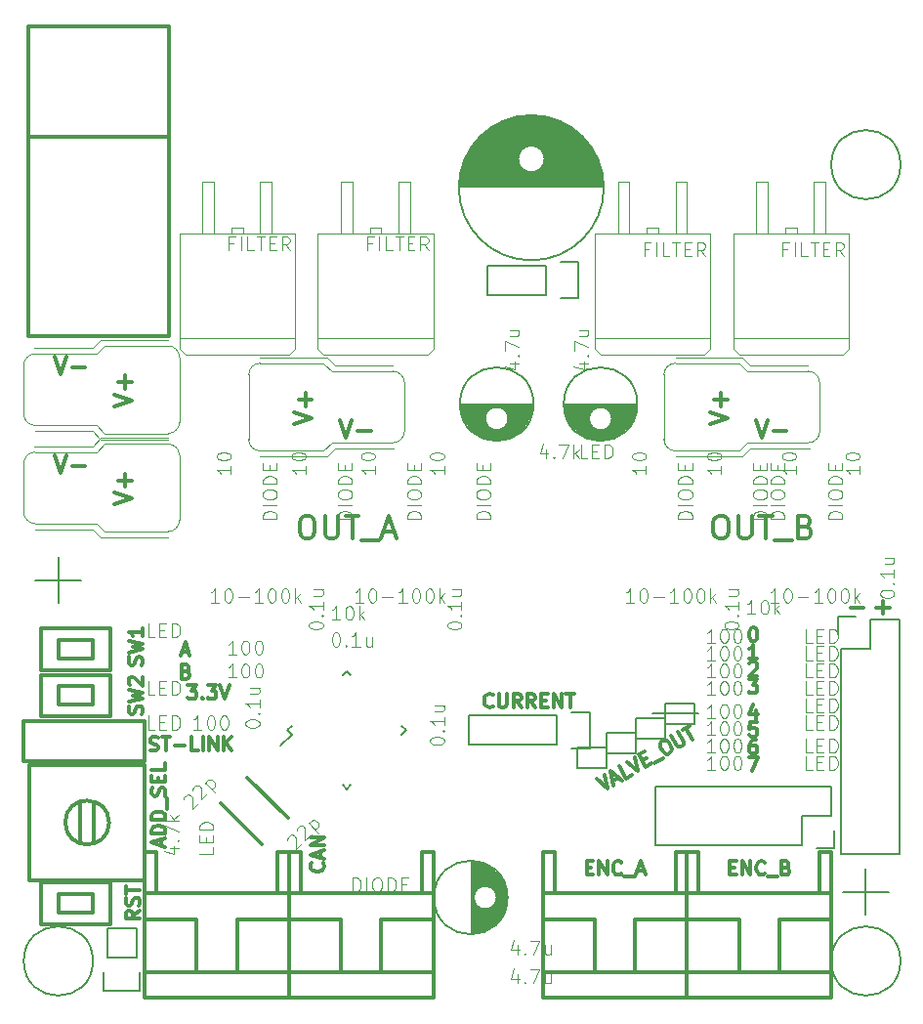
<source format=gbr>
G04 #@! TF.FileFunction,Legend,Top*
%FSLAX46Y46*%
G04 Gerber Fmt 4.6, Leading zero omitted, Abs format (unit mm)*
G04 Created by KiCad (PCBNEW 4.0.5) date 02/09/17 17:51:42*
%MOMM*%
%LPD*%
G01*
G04 APERTURE LIST*
%ADD10C,0.100000*%
%ADD11C,0.300000*%
%ADD12C,0.200000*%
%ADD13C,0.150000*%
%ADD14C,0.304800*%
%ADD15C,0.101600*%
G04 APERTURE END LIST*
D10*
D11*
X60238095Y-33404762D02*
X60619047Y-33404762D01*
X60809523Y-33500000D01*
X61000000Y-33690476D01*
X61095238Y-34071429D01*
X61095238Y-34738095D01*
X61000000Y-35119048D01*
X60809523Y-35309524D01*
X60619047Y-35404762D01*
X60238095Y-35404762D01*
X60047619Y-35309524D01*
X59857142Y-35119048D01*
X59761904Y-34738095D01*
X59761904Y-34071429D01*
X59857142Y-33690476D01*
X60047619Y-33500000D01*
X60238095Y-33404762D01*
X61952380Y-33404762D02*
X61952380Y-35023810D01*
X62047619Y-35214286D01*
X62142857Y-35309524D01*
X62333333Y-35404762D01*
X62714285Y-35404762D01*
X62904761Y-35309524D01*
X63000000Y-35214286D01*
X63095238Y-35023810D01*
X63095238Y-33404762D01*
X63761904Y-33404762D02*
X64904761Y-33404762D01*
X64333333Y-35404762D02*
X64333333Y-33404762D01*
X65095238Y-35595238D02*
X66619048Y-35595238D01*
X67761905Y-34357143D02*
X68047619Y-34452381D01*
X68142858Y-34547619D01*
X68238096Y-34738095D01*
X68238096Y-35023810D01*
X68142858Y-35214286D01*
X68047619Y-35309524D01*
X67857143Y-35404762D01*
X67095238Y-35404762D01*
X67095238Y-33404762D01*
X67761905Y-33404762D01*
X67952381Y-33500000D01*
X68047619Y-33595238D01*
X68142858Y-33785714D01*
X68142858Y-33976190D01*
X68047619Y-34166667D01*
X67952381Y-34261905D01*
X67761905Y-34357143D01*
X67095238Y-34357143D01*
X24380952Y-33404762D02*
X24761904Y-33404762D01*
X24952380Y-33500000D01*
X25142857Y-33690476D01*
X25238095Y-34071429D01*
X25238095Y-34738095D01*
X25142857Y-35119048D01*
X24952380Y-35309524D01*
X24761904Y-35404762D01*
X24380952Y-35404762D01*
X24190476Y-35309524D01*
X23999999Y-35119048D01*
X23904761Y-34738095D01*
X23904761Y-34071429D01*
X23999999Y-33690476D01*
X24190476Y-33500000D01*
X24380952Y-33404762D01*
X26095237Y-33404762D02*
X26095237Y-35023810D01*
X26190476Y-35214286D01*
X26285714Y-35309524D01*
X26476190Y-35404762D01*
X26857142Y-35404762D01*
X27047618Y-35309524D01*
X27142857Y-35214286D01*
X27238095Y-35023810D01*
X27238095Y-33404762D01*
X27904761Y-33404762D02*
X29047618Y-33404762D01*
X28476190Y-35404762D02*
X28476190Y-33404762D01*
X29238095Y-35595238D02*
X30761905Y-35595238D01*
X31142857Y-34833333D02*
X32095238Y-34833333D01*
X30952381Y-35404762D02*
X31619048Y-33404762D01*
X32285715Y-35404762D01*
X71678572Y-41357143D02*
X72821429Y-41357143D01*
X73928572Y-41357143D02*
X75071429Y-41357143D01*
X74500000Y-41928571D02*
X74500000Y-40785714D01*
D12*
X1000000Y-39000000D02*
X5000000Y-39000000D01*
D11*
X61207143Y-63914286D02*
X61607143Y-63914286D01*
X61778572Y-64542857D02*
X61207143Y-64542857D01*
X61207143Y-63342857D01*
X61778572Y-63342857D01*
X62292857Y-64542857D02*
X62292857Y-63342857D01*
X62978572Y-64542857D01*
X62978572Y-63342857D01*
X64235715Y-64428571D02*
X64178572Y-64485714D01*
X64007143Y-64542857D01*
X63892857Y-64542857D01*
X63721429Y-64485714D01*
X63607143Y-64371429D01*
X63550000Y-64257143D01*
X63492857Y-64028571D01*
X63492857Y-63857143D01*
X63550000Y-63628571D01*
X63607143Y-63514286D01*
X63721429Y-63400000D01*
X63892857Y-63342857D01*
X64007143Y-63342857D01*
X64178572Y-63400000D01*
X64235715Y-63457143D01*
X64464286Y-64657143D02*
X65378572Y-64657143D01*
X66064286Y-63914286D02*
X66235715Y-63971429D01*
X66292858Y-64028571D01*
X66350001Y-64142857D01*
X66350001Y-64314286D01*
X66292858Y-64428571D01*
X66235715Y-64485714D01*
X66121429Y-64542857D01*
X65664286Y-64542857D01*
X65664286Y-63342857D01*
X66064286Y-63342857D01*
X66178572Y-63400000D01*
X66235715Y-63457143D01*
X66292858Y-63571429D01*
X66292858Y-63685714D01*
X66235715Y-63800000D01*
X66178572Y-63857143D01*
X66064286Y-63914286D01*
X65664286Y-63914286D01*
X48792857Y-63914286D02*
X49192857Y-63914286D01*
X49364286Y-64542857D02*
X48792857Y-64542857D01*
X48792857Y-63342857D01*
X49364286Y-63342857D01*
X49878571Y-64542857D02*
X49878571Y-63342857D01*
X50564286Y-64542857D01*
X50564286Y-63342857D01*
X51821429Y-64428571D02*
X51764286Y-64485714D01*
X51592857Y-64542857D01*
X51478571Y-64542857D01*
X51307143Y-64485714D01*
X51192857Y-64371429D01*
X51135714Y-64257143D01*
X51078571Y-64028571D01*
X51078571Y-63857143D01*
X51135714Y-63628571D01*
X51192857Y-63514286D01*
X51307143Y-63400000D01*
X51478571Y-63342857D01*
X51592857Y-63342857D01*
X51764286Y-63400000D01*
X51821429Y-63457143D01*
X52050000Y-64657143D02*
X52964286Y-64657143D01*
X53192857Y-64200000D02*
X53764286Y-64200000D01*
X53078572Y-64542857D02*
X53478572Y-63342857D01*
X53878572Y-64542857D01*
X25928571Y-63521428D02*
X25985714Y-63578571D01*
X26042857Y-63750000D01*
X26042857Y-63864286D01*
X25985714Y-64035714D01*
X25871429Y-64150000D01*
X25757143Y-64207143D01*
X25528571Y-64264286D01*
X25357143Y-64264286D01*
X25128571Y-64207143D01*
X25014286Y-64150000D01*
X24900000Y-64035714D01*
X24842857Y-63864286D01*
X24842857Y-63750000D01*
X24900000Y-63578571D01*
X24957143Y-63521428D01*
X25700000Y-63064286D02*
X25700000Y-62492857D01*
X26042857Y-63178571D02*
X24842857Y-62778571D01*
X26042857Y-62378571D01*
X26042857Y-61978572D02*
X24842857Y-61978572D01*
X26042857Y-61292857D01*
X24842857Y-61292857D01*
X10042857Y-67657142D02*
X9471429Y-68057142D01*
X10042857Y-68342857D02*
X8842857Y-68342857D01*
X8842857Y-67885714D01*
X8900000Y-67771428D01*
X8957143Y-67714285D01*
X9071429Y-67657142D01*
X9242857Y-67657142D01*
X9357143Y-67714285D01*
X9414286Y-67771428D01*
X9471429Y-67885714D01*
X9471429Y-68342857D01*
X9985714Y-67200000D02*
X10042857Y-67028571D01*
X10042857Y-66742857D01*
X9985714Y-66628571D01*
X9928571Y-66571428D01*
X9814286Y-66514285D01*
X9700000Y-66514285D01*
X9585714Y-66571428D01*
X9528571Y-66628571D01*
X9471429Y-66742857D01*
X9414286Y-66971428D01*
X9357143Y-67085714D01*
X9300000Y-67142857D01*
X9185714Y-67200000D01*
X9071429Y-67200000D01*
X8957143Y-67142857D01*
X8900000Y-67085714D01*
X8842857Y-66971428D01*
X8842857Y-66685714D01*
X8900000Y-66514285D01*
X8842857Y-66171428D02*
X8842857Y-65485714D01*
X10042857Y-65828571D02*
X8842857Y-65828571D01*
X14228572Y-48092857D02*
X14971429Y-48092857D01*
X14571429Y-48550000D01*
X14742857Y-48550000D01*
X14857143Y-48607143D01*
X14914286Y-48664286D01*
X14971429Y-48778571D01*
X14971429Y-49064286D01*
X14914286Y-49178571D01*
X14857143Y-49235714D01*
X14742857Y-49292857D01*
X14400000Y-49292857D01*
X14285714Y-49235714D01*
X14228572Y-49178571D01*
X15485714Y-49178571D02*
X15542857Y-49235714D01*
X15485714Y-49292857D01*
X15428571Y-49235714D01*
X15485714Y-49178571D01*
X15485714Y-49292857D01*
X15942858Y-48092857D02*
X16685715Y-48092857D01*
X16285715Y-48550000D01*
X16457143Y-48550000D01*
X16571429Y-48607143D01*
X16628572Y-48664286D01*
X16685715Y-48778571D01*
X16685715Y-49064286D01*
X16628572Y-49178571D01*
X16571429Y-49235714D01*
X16457143Y-49292857D01*
X16114286Y-49292857D01*
X16000000Y-49235714D01*
X15942858Y-49178571D01*
X17028572Y-48092857D02*
X17428572Y-49292857D01*
X17828572Y-48092857D01*
X14085714Y-46914286D02*
X14257143Y-46971429D01*
X14314286Y-47028571D01*
X14371429Y-47142857D01*
X14371429Y-47314286D01*
X14314286Y-47428571D01*
X14257143Y-47485714D01*
X14142857Y-47542857D01*
X13685714Y-47542857D01*
X13685714Y-46342857D01*
X14085714Y-46342857D01*
X14200000Y-46400000D01*
X14257143Y-46457143D01*
X14314286Y-46571429D01*
X14314286Y-46685714D01*
X14257143Y-46800000D01*
X14200000Y-46857143D01*
X14085714Y-46914286D01*
X13685714Y-46914286D01*
X13714286Y-45200000D02*
X14285715Y-45200000D01*
X13600001Y-45542857D02*
X14000001Y-44342857D01*
X14400001Y-45542857D01*
X10235714Y-50600000D02*
X10292857Y-50428571D01*
X10292857Y-50142857D01*
X10235714Y-50028571D01*
X10178571Y-49971428D01*
X10064286Y-49914285D01*
X9950000Y-49914285D01*
X9835714Y-49971428D01*
X9778571Y-50028571D01*
X9721429Y-50142857D01*
X9664286Y-50371428D01*
X9607143Y-50485714D01*
X9550000Y-50542857D01*
X9435714Y-50600000D01*
X9321429Y-50600000D01*
X9207143Y-50542857D01*
X9150000Y-50485714D01*
X9092857Y-50371428D01*
X9092857Y-50085714D01*
X9150000Y-49914285D01*
X9092857Y-49514285D02*
X10292857Y-49228571D01*
X9435714Y-49000000D01*
X10292857Y-48771428D01*
X9092857Y-48485714D01*
X9207143Y-48085714D02*
X9150000Y-48028571D01*
X9092857Y-47914285D01*
X9092857Y-47628571D01*
X9150000Y-47514285D01*
X9207143Y-47457142D01*
X9321429Y-47399999D01*
X9435714Y-47399999D01*
X9607143Y-47457142D01*
X10292857Y-48142856D01*
X10292857Y-47399999D01*
X10235714Y-46350000D02*
X10292857Y-46178571D01*
X10292857Y-45892857D01*
X10235714Y-45778571D01*
X10178571Y-45721428D01*
X10064286Y-45664285D01*
X9950000Y-45664285D01*
X9835714Y-45721428D01*
X9778571Y-45778571D01*
X9721429Y-45892857D01*
X9664286Y-46121428D01*
X9607143Y-46235714D01*
X9550000Y-46292857D01*
X9435714Y-46350000D01*
X9321429Y-46350000D01*
X9207143Y-46292857D01*
X9150000Y-46235714D01*
X9092857Y-46121428D01*
X9092857Y-45835714D01*
X9150000Y-45664285D01*
X9092857Y-45264285D02*
X10292857Y-44978571D01*
X9435714Y-44750000D01*
X10292857Y-44521428D01*
X9092857Y-44235714D01*
X10292857Y-43149999D02*
X10292857Y-43835714D01*
X10292857Y-43492856D02*
X9092857Y-43492856D01*
X9264286Y-43607142D01*
X9378571Y-43721428D01*
X9435714Y-43835714D01*
X10957142Y-53735714D02*
X11128571Y-53792857D01*
X11414285Y-53792857D01*
X11528571Y-53735714D01*
X11585714Y-53678571D01*
X11642857Y-53564286D01*
X11642857Y-53450000D01*
X11585714Y-53335714D01*
X11528571Y-53278571D01*
X11414285Y-53221429D01*
X11185714Y-53164286D01*
X11071428Y-53107143D01*
X11014285Y-53050000D01*
X10957142Y-52935714D01*
X10957142Y-52821429D01*
X11014285Y-52707143D01*
X11071428Y-52650000D01*
X11185714Y-52592857D01*
X11471428Y-52592857D01*
X11642857Y-52650000D01*
X11985714Y-52592857D02*
X12671428Y-52592857D01*
X12328571Y-53792857D02*
X12328571Y-52592857D01*
X13071428Y-53335714D02*
X13985714Y-53335714D01*
X15128571Y-53792857D02*
X14557142Y-53792857D01*
X14557142Y-52592857D01*
X15528571Y-53792857D02*
X15528571Y-52592857D01*
X16100000Y-53792857D02*
X16100000Y-52592857D01*
X16785715Y-53792857D01*
X16785715Y-52592857D01*
X17357143Y-53792857D02*
X17357143Y-52592857D01*
X18042858Y-53792857D02*
X17528572Y-53107143D01*
X18042858Y-52592857D02*
X17357143Y-53278571D01*
X11950000Y-62042857D02*
X11950000Y-61471428D01*
X12292857Y-62157142D02*
X11092857Y-61757142D01*
X12292857Y-61357142D01*
X12292857Y-60957143D02*
X11092857Y-60957143D01*
X11092857Y-60671428D01*
X11150000Y-60500000D01*
X11264286Y-60385714D01*
X11378571Y-60328571D01*
X11607143Y-60271428D01*
X11778571Y-60271428D01*
X12007143Y-60328571D01*
X12121429Y-60385714D01*
X12235714Y-60500000D01*
X12292857Y-60671428D01*
X12292857Y-60957143D01*
X12292857Y-59757143D02*
X11092857Y-59757143D01*
X11092857Y-59471428D01*
X11150000Y-59300000D01*
X11264286Y-59185714D01*
X11378571Y-59128571D01*
X11607143Y-59071428D01*
X11778571Y-59071428D01*
X12007143Y-59128571D01*
X12121429Y-59185714D01*
X12235714Y-59300000D01*
X12292857Y-59471428D01*
X12292857Y-59757143D01*
X12407143Y-58842857D02*
X12407143Y-57928571D01*
X12235714Y-57700000D02*
X12292857Y-57528571D01*
X12292857Y-57242857D01*
X12235714Y-57128571D01*
X12178571Y-57071428D01*
X12064286Y-57014285D01*
X11950000Y-57014285D01*
X11835714Y-57071428D01*
X11778571Y-57128571D01*
X11721429Y-57242857D01*
X11664286Y-57471428D01*
X11607143Y-57585714D01*
X11550000Y-57642857D01*
X11435714Y-57700000D01*
X11321429Y-57700000D01*
X11207143Y-57642857D01*
X11150000Y-57585714D01*
X11092857Y-57471428D01*
X11092857Y-57185714D01*
X11150000Y-57014285D01*
X11664286Y-56500000D02*
X11664286Y-56100000D01*
X12292857Y-55928571D02*
X12292857Y-56500000D01*
X11092857Y-56500000D01*
X11092857Y-55928571D01*
X12292857Y-54842857D02*
X12292857Y-55414286D01*
X11092857Y-55414286D01*
X40664286Y-49928571D02*
X40607143Y-49985714D01*
X40435714Y-50042857D01*
X40321428Y-50042857D01*
X40150000Y-49985714D01*
X40035714Y-49871429D01*
X39978571Y-49757143D01*
X39921428Y-49528571D01*
X39921428Y-49357143D01*
X39978571Y-49128571D01*
X40035714Y-49014286D01*
X40150000Y-48900000D01*
X40321428Y-48842857D01*
X40435714Y-48842857D01*
X40607143Y-48900000D01*
X40664286Y-48957143D01*
X41178571Y-48842857D02*
X41178571Y-49814286D01*
X41235714Y-49928571D01*
X41292857Y-49985714D01*
X41407143Y-50042857D01*
X41635714Y-50042857D01*
X41750000Y-49985714D01*
X41807143Y-49928571D01*
X41864286Y-49814286D01*
X41864286Y-48842857D01*
X43121429Y-50042857D02*
X42721429Y-49471429D01*
X42435714Y-50042857D02*
X42435714Y-48842857D01*
X42892857Y-48842857D01*
X43007143Y-48900000D01*
X43064286Y-48957143D01*
X43121429Y-49071429D01*
X43121429Y-49242857D01*
X43064286Y-49357143D01*
X43007143Y-49414286D01*
X42892857Y-49471429D01*
X42435714Y-49471429D01*
X44321429Y-50042857D02*
X43921429Y-49471429D01*
X43635714Y-50042857D02*
X43635714Y-48842857D01*
X44092857Y-48842857D01*
X44207143Y-48900000D01*
X44264286Y-48957143D01*
X44321429Y-49071429D01*
X44321429Y-49242857D01*
X44264286Y-49357143D01*
X44207143Y-49414286D01*
X44092857Y-49471429D01*
X43635714Y-49471429D01*
X44835714Y-49414286D02*
X45235714Y-49414286D01*
X45407143Y-50042857D02*
X44835714Y-50042857D01*
X44835714Y-48842857D01*
X45407143Y-48842857D01*
X45921428Y-50042857D02*
X45921428Y-48842857D01*
X46607143Y-50042857D01*
X46607143Y-48842857D01*
X47007143Y-48842857D02*
X47692857Y-48842857D01*
X47350000Y-50042857D02*
X47350000Y-48842857D01*
X49662968Y-56245183D02*
X50609379Y-57084413D01*
X50355789Y-55845183D01*
X51081282Y-56416063D02*
X51576154Y-56130348D01*
X51153737Y-56770128D02*
X50900147Y-55530897D01*
X51846557Y-56370128D01*
X52687839Y-55884414D02*
X52192967Y-56170128D01*
X51592967Y-55130898D01*
X52285788Y-54730897D02*
X53232198Y-55570128D01*
X52978608Y-54330897D01*
X53610732Y-54625770D02*
X53957142Y-54425770D01*
X54419890Y-54884414D02*
X53925017Y-55170128D01*
X53325017Y-54130898D01*
X53819890Y-53845183D01*
X54674981Y-54869103D02*
X55466776Y-54411960D01*
X55255017Y-53016612D02*
X55452966Y-52902326D01*
X55580512Y-52894671D01*
X55736629Y-52936502D01*
X55900401Y-53105880D01*
X56100401Y-53452290D01*
X56165201Y-53678810D01*
X56123369Y-53834927D01*
X56052966Y-53941557D01*
X55855017Y-54055842D01*
X55727471Y-54063498D01*
X55571354Y-54021667D01*
X55407581Y-53852290D01*
X55207581Y-53505880D01*
X55142783Y-53279360D01*
X55184614Y-53123242D01*
X55255017Y-53016612D01*
X56145786Y-52502326D02*
X56631501Y-53343609D01*
X56738130Y-53414011D01*
X56816189Y-53434927D01*
X56943735Y-53427271D01*
X57141684Y-53312985D01*
X57212087Y-53206355D01*
X57233002Y-53128296D01*
X57225347Y-53000751D01*
X56739633Y-52159469D01*
X57086043Y-51959469D02*
X57679889Y-51616612D01*
X57982966Y-52827271D02*
X57382966Y-51788040D01*
X62850001Y-54342857D02*
X63650001Y-54342857D01*
X63135715Y-55542857D01*
X63478572Y-52842857D02*
X63250001Y-52842857D01*
X63135715Y-52900000D01*
X63078572Y-52957143D01*
X62964286Y-53128571D01*
X62907143Y-53357143D01*
X62907143Y-53814286D01*
X62964286Y-53928571D01*
X63021429Y-53985714D01*
X63135715Y-54042857D01*
X63364286Y-54042857D01*
X63478572Y-53985714D01*
X63535715Y-53928571D01*
X63592858Y-53814286D01*
X63592858Y-53528571D01*
X63535715Y-53414286D01*
X63478572Y-53357143D01*
X63364286Y-53300000D01*
X63135715Y-53300000D01*
X63021429Y-53357143D01*
X62964286Y-53414286D01*
X62907143Y-53528571D01*
X63535715Y-51342857D02*
X62964286Y-51342857D01*
X62907143Y-51914286D01*
X62964286Y-51857143D01*
X63078572Y-51800000D01*
X63364286Y-51800000D01*
X63478572Y-51857143D01*
X63535715Y-51914286D01*
X63592858Y-52028571D01*
X63592858Y-52314286D01*
X63535715Y-52428571D01*
X63478572Y-52485714D01*
X63364286Y-52542857D01*
X63078572Y-52542857D01*
X62964286Y-52485714D01*
X62907143Y-52428571D01*
X63478572Y-50242857D02*
X63478572Y-51042857D01*
X63192858Y-49785714D02*
X62907143Y-50642857D01*
X63650001Y-50642857D01*
X62850001Y-47592857D02*
X63592858Y-47592857D01*
X63192858Y-48050000D01*
X63364286Y-48050000D01*
X63478572Y-48107143D01*
X63535715Y-48164286D01*
X63592858Y-48278571D01*
X63592858Y-48564286D01*
X63535715Y-48678571D01*
X63478572Y-48735714D01*
X63364286Y-48792857D01*
X63021429Y-48792857D01*
X62907143Y-48735714D01*
X62850001Y-48678571D01*
X62907143Y-46207143D02*
X62964286Y-46150000D01*
X63078572Y-46092857D01*
X63364286Y-46092857D01*
X63478572Y-46150000D01*
X63535715Y-46207143D01*
X63592858Y-46321429D01*
X63592858Y-46435714D01*
X63535715Y-46607143D01*
X62850001Y-47292857D01*
X63592858Y-47292857D01*
X63592858Y-45792857D02*
X62907143Y-45792857D01*
X63250001Y-45792857D02*
X63250001Y-44592857D01*
X63135715Y-44764286D01*
X63021429Y-44878571D01*
X62907143Y-44935714D01*
X63192858Y-43092857D02*
X63307143Y-43092857D01*
X63421429Y-43150000D01*
X63478572Y-43207143D01*
X63535715Y-43321429D01*
X63592858Y-43550000D01*
X63592858Y-43835714D01*
X63535715Y-44064286D01*
X63478572Y-44178571D01*
X63421429Y-44235714D01*
X63307143Y-44292857D01*
X63192858Y-44292857D01*
X63078572Y-44235714D01*
X63021429Y-44178571D01*
X62964286Y-44064286D01*
X62907143Y-43835714D01*
X62907143Y-43550000D01*
X62964286Y-43321429D01*
X63021429Y-43207143D01*
X63078572Y-43150000D01*
X63192858Y-43092857D01*
D12*
X75000000Y-66000000D02*
X71000000Y-66000000D01*
X73000000Y-64000000D02*
X73000000Y-68000000D01*
X3000000Y-37000000D02*
X3000000Y-41000000D01*
X54500000Y-50500000D02*
X58500000Y-50500000D01*
X6000000Y-72000000D02*
G75*
G03X6000000Y-72000000I-3000000J0D01*
G01*
X76000000Y-72000000D02*
G75*
G03X76000000Y-72000000I-3000000J0D01*
G01*
X76000000Y-3000000D02*
G75*
G03X76000000Y-3000000I-3000000J0D01*
G01*
D10*
X20500000Y-19700000D02*
X26300000Y-19700000D01*
X32000000Y-20400000D02*
X27000000Y-20400000D01*
X32100000Y-27600000D02*
X27000000Y-27600000D01*
X20500000Y-28300000D02*
X26300000Y-28300000D01*
X20500000Y-27800000D02*
X26000000Y-27800000D01*
X19500000Y-21200000D02*
X19500000Y-26800000D01*
X26000000Y-20200000D02*
X20500000Y-20200000D01*
X32000000Y-20900000D02*
X26700000Y-20900000D01*
X32000000Y-27100000D02*
X26700000Y-27100000D01*
X33000000Y-21900000D02*
X33000000Y-26100000D01*
X33000000Y-21900000D02*
G75*
G03X32000000Y-20900000I-1000000J0D01*
G01*
X32000000Y-27100000D02*
G75*
G03X33000000Y-26100000I0J1000000D01*
G01*
X20500000Y-20200000D02*
G75*
G03X19500000Y-21200000I0J-1000000D01*
G01*
X19500000Y-26800000D02*
G75*
G03X20500000Y-27800000I1000000J0D01*
G01*
X26300000Y-28300000D02*
X27000000Y-27600000D01*
X26300000Y-19700000D02*
X27000000Y-20400000D01*
X26000000Y-20200000D02*
X26700000Y-20900000D01*
X26000000Y-27800000D02*
X26700000Y-27100000D01*
D13*
X37750000Y-4925000D02*
X50250000Y-4925000D01*
X37754000Y-4785000D02*
X50246000Y-4785000D01*
X37760000Y-4645000D02*
X50240000Y-4645000D01*
X37770000Y-4505000D02*
X50230000Y-4505000D01*
X37782000Y-4365000D02*
X50218000Y-4365000D01*
X37798000Y-4225000D02*
X50202000Y-4225000D01*
X37817000Y-4085000D02*
X50183000Y-4085000D01*
X37840000Y-3945000D02*
X50160000Y-3945000D01*
X37865000Y-3805000D02*
X50135000Y-3805000D01*
X37894000Y-3665000D02*
X50106000Y-3665000D01*
X37927000Y-3525000D02*
X43479000Y-3525000D01*
X44521000Y-3525000D02*
X50073000Y-3525000D01*
X37962000Y-3385000D02*
X43266000Y-3385000D01*
X44734000Y-3385000D02*
X50038000Y-3385000D01*
X38001000Y-3245000D02*
X43124000Y-3245000D01*
X44876000Y-3245000D02*
X49999000Y-3245000D01*
X38044000Y-3105000D02*
X43022000Y-3105000D01*
X44978000Y-3105000D02*
X49956000Y-3105000D01*
X38091000Y-2965000D02*
X42948000Y-2965000D01*
X45052000Y-2965000D02*
X49909000Y-2965000D01*
X38141000Y-2825000D02*
X42897000Y-2825000D01*
X45103000Y-2825000D02*
X49859000Y-2825000D01*
X38195000Y-2685000D02*
X42865000Y-2685000D01*
X45135000Y-2685000D02*
X49805000Y-2685000D01*
X38252000Y-2545000D02*
X42851000Y-2545000D01*
X45149000Y-2545000D02*
X49748000Y-2545000D01*
X38314000Y-2405000D02*
X42854000Y-2405000D01*
X45146000Y-2405000D02*
X49686000Y-2405000D01*
X38380000Y-2265000D02*
X42874000Y-2265000D01*
X45126000Y-2265000D02*
X49620000Y-2265000D01*
X38451000Y-2125000D02*
X42913000Y-2125000D01*
X45087000Y-2125000D02*
X49549000Y-2125000D01*
X38525000Y-1985000D02*
X42972000Y-1985000D01*
X45028000Y-1985000D02*
X49475000Y-1985000D01*
X38605000Y-1845000D02*
X43055000Y-1845000D01*
X44945000Y-1845000D02*
X49395000Y-1845000D01*
X38689000Y-1705000D02*
X43169000Y-1705000D01*
X44831000Y-1705000D02*
X49311000Y-1705000D01*
X38779000Y-1565000D02*
X43330000Y-1565000D01*
X44670000Y-1565000D02*
X49221000Y-1565000D01*
X38873000Y-1425000D02*
X43591000Y-1425000D01*
X44409000Y-1425000D02*
X49127000Y-1425000D01*
X38974000Y-1285000D02*
X49026000Y-1285000D01*
X39081000Y-1145000D02*
X48919000Y-1145000D01*
X39193000Y-1005000D02*
X48807000Y-1005000D01*
X39313000Y-865000D02*
X48687000Y-865000D01*
X39441000Y-725000D02*
X48559000Y-725000D01*
X39576000Y-585000D02*
X48424000Y-585000D01*
X39720000Y-445000D02*
X48280000Y-445000D01*
X39875000Y-305000D02*
X48125000Y-305000D01*
X40040000Y-165000D02*
X47960000Y-165000D01*
X40217000Y-25000D02*
X47783000Y-25000D01*
X40408000Y115000D02*
X47592000Y115000D01*
X40617000Y255000D02*
X47383000Y255000D01*
X40845000Y395000D02*
X47155000Y395000D01*
X41097000Y535000D02*
X46903000Y535000D01*
X41381000Y675000D02*
X46619000Y675000D01*
X41709000Y815000D02*
X46291000Y815000D01*
X42103000Y955000D02*
X45897000Y955000D01*
X42617000Y1095000D02*
X45383000Y1095000D01*
X43567000Y1235000D02*
X44433000Y1235000D01*
X45150000Y-2500000D02*
G75*
G03X45150000Y-2500000I-1150000J0D01*
G01*
X50287500Y-5000000D02*
G75*
G03X50287500Y-5000000I-6287500J0D01*
G01*
X22873476Y-52000000D02*
X23244707Y-52371231D01*
X28000000Y-46873476D02*
X28371231Y-47244707D01*
X33126524Y-52000000D02*
X32755293Y-51628769D01*
X28000000Y-57126524D02*
X27628769Y-56755293D01*
X22873476Y-52000000D02*
X23244707Y-51628769D01*
X28000000Y-57126524D02*
X28371231Y-56755293D01*
X33126524Y-52000000D02*
X32755293Y-52371231D01*
X28000000Y-46873476D02*
X27628769Y-47244707D01*
X23244707Y-52371231D02*
X22272435Y-53343503D01*
X38825000Y-63351000D02*
X38825000Y-69649000D01*
X38965000Y-63357000D02*
X38965000Y-69643000D01*
X39105000Y-63370000D02*
X39105000Y-66054000D01*
X39105000Y-66946000D02*
X39105000Y-69630000D01*
X39245000Y-63389000D02*
X39245000Y-65844000D01*
X39245000Y-67156000D02*
X39245000Y-69611000D01*
X39385000Y-63415000D02*
X39385000Y-65711000D01*
X39385000Y-67289000D02*
X39385000Y-69585000D01*
X39525000Y-63447000D02*
X39525000Y-65620000D01*
X39525000Y-67380000D02*
X39525000Y-69553000D01*
X39665000Y-63486000D02*
X39665000Y-65558000D01*
X39665000Y-67442000D02*
X39665000Y-69514000D01*
X39805000Y-63532000D02*
X39805000Y-65519000D01*
X39805000Y-67481000D02*
X39805000Y-69468000D01*
X39945000Y-63585000D02*
X39945000Y-65502000D01*
X39945000Y-67498000D02*
X39945000Y-69415000D01*
X40085000Y-63647000D02*
X40085000Y-65504000D01*
X40085000Y-67496000D02*
X40085000Y-69353000D01*
X40225000Y-63717000D02*
X40225000Y-65526000D01*
X40225000Y-67474000D02*
X40225000Y-69283000D01*
X40365000Y-63796000D02*
X40365000Y-65569000D01*
X40365000Y-67431000D02*
X40365000Y-69204000D01*
X40505000Y-63884000D02*
X40505000Y-65637000D01*
X40505000Y-67363000D02*
X40505000Y-69116000D01*
X40645000Y-63984000D02*
X40645000Y-65736000D01*
X40645000Y-67264000D02*
X40645000Y-69016000D01*
X40785000Y-64096000D02*
X40785000Y-65881000D01*
X40785000Y-67119000D02*
X40785000Y-68904000D01*
X40925000Y-64221000D02*
X40925000Y-66120000D01*
X40925000Y-66880000D02*
X40925000Y-68779000D01*
X41065000Y-64364000D02*
X41065000Y-68636000D01*
X41205000Y-64526000D02*
X41205000Y-68474000D01*
X41345000Y-64714000D02*
X41345000Y-68286000D01*
X41485000Y-64937000D02*
X41485000Y-68063000D01*
X41625000Y-65213000D02*
X41625000Y-67787000D01*
X41765000Y-65588000D02*
X41765000Y-67412000D01*
X41000000Y-66500000D02*
G75*
G03X41000000Y-66500000I-1000000J0D01*
G01*
X41937500Y-66500000D02*
G75*
G03X41937500Y-66500000I-3187500J0D01*
G01*
X7230000Y-71730000D02*
X7230000Y-69190000D01*
X6950000Y-74550000D02*
X6950000Y-73000000D01*
X7230000Y-71730000D02*
X9770000Y-71730000D01*
X10050000Y-73000000D02*
X10050000Y-74550000D01*
X10050000Y-74550000D02*
X6950000Y-74550000D01*
X9770000Y-71730000D02*
X9770000Y-69190000D01*
X9770000Y-69190000D02*
X7230000Y-69190000D01*
X46230000Y-53270000D02*
X38610000Y-53270000D01*
X46230000Y-50730000D02*
X38610000Y-50730000D01*
X49050000Y-50450000D02*
X47500000Y-50450000D01*
X38610000Y-53270000D02*
X38610000Y-50730000D01*
X46230000Y-50730000D02*
X46230000Y-53270000D01*
X47500000Y-53550000D02*
X49050000Y-53550000D01*
X49050000Y-53550000D02*
X49050000Y-50450000D01*
X54730000Y-56890000D02*
X69970000Y-56890000D01*
X67430000Y-61970000D02*
X54730000Y-61970000D01*
X54730000Y-56890000D02*
X54730000Y-61970000D01*
X69970000Y-56890000D02*
X69970000Y-59430000D01*
X68700000Y-62250000D02*
X70250000Y-62250000D01*
X69970000Y-59430000D02*
X67430000Y-59430000D01*
X67430000Y-59430000D02*
X67430000Y-61970000D01*
X70250000Y-62250000D02*
X70250000Y-60700000D01*
X46500000Y-14550000D02*
X48050000Y-14550000D01*
X48050000Y-14550000D02*
X48050000Y-11450000D01*
X48050000Y-11450000D02*
X46500000Y-11450000D01*
X45230000Y-14270000D02*
X40150000Y-14270000D01*
X40150000Y-14270000D02*
X40150000Y-11730000D01*
X40150000Y-11730000D02*
X45230000Y-11730000D01*
X45230000Y-11730000D02*
X45230000Y-14270000D01*
D11*
X3000000Y-67800000D02*
X6000000Y-67800000D01*
X6000000Y-67800000D02*
X6000000Y-66200000D01*
X6000000Y-66200000D02*
X3000000Y-66200000D01*
X3000000Y-66200000D02*
X3000000Y-67800000D01*
X1500000Y-68800000D02*
X7500000Y-68800000D01*
X7500000Y-68800000D02*
X7500000Y-65200000D01*
X7500000Y-65200000D02*
X1500000Y-65200000D01*
X1500000Y-65200000D02*
X1500000Y-68800000D01*
X3000000Y-45800000D02*
X6000000Y-45800000D01*
X6000000Y-45800000D02*
X6000000Y-44200000D01*
X6000000Y-44200000D02*
X3000000Y-44200000D01*
X3000000Y-44200000D02*
X3000000Y-45800000D01*
X1500000Y-46800000D02*
X7500000Y-46800000D01*
X7500000Y-46800000D02*
X7500000Y-43200000D01*
X7500000Y-43200000D02*
X1500000Y-43200000D01*
X1500000Y-43200000D02*
X1500000Y-46800000D01*
X3000000Y-49800000D02*
X6000000Y-49800000D01*
X6000000Y-49800000D02*
X6000000Y-48200000D01*
X6000000Y-48200000D02*
X3000000Y-48200000D01*
X3000000Y-48200000D02*
X3000000Y-49800000D01*
X1500000Y-50800000D02*
X7500000Y-50800000D01*
X7500000Y-50800000D02*
X7500000Y-47200000D01*
X7500000Y-47200000D02*
X1500000Y-47200000D01*
X1500000Y-47200000D02*
X1500000Y-50800000D01*
X0Y-51200000D02*
X10500000Y-51200000D01*
X10500000Y-51200000D02*
X10500000Y-54700000D01*
X10500000Y-54700000D02*
X0Y-54700000D01*
X0Y-54700000D02*
X0Y-51200000D01*
X7400000Y-60000000D02*
G75*
G03X7400000Y-60000000I-1900000J0D01*
G01*
X6100000Y-61800000D02*
X6100000Y-58300000D01*
X4900000Y-61800000D02*
X4900000Y-58200000D01*
X500000Y-65000000D02*
X500000Y-55000000D01*
X500000Y-55000000D02*
X10500000Y-55000000D01*
X10500000Y-55000000D02*
X10500000Y-65000000D01*
X10500000Y-65000000D02*
X500000Y-65000000D01*
X17100862Y-58363604D02*
X20636396Y-61899138D01*
X19363604Y-56100862D02*
X22899138Y-59636396D01*
X400000Y-600000D02*
X12600000Y-600000D01*
X400000Y-17900000D02*
X400000Y9000000D01*
X400000Y9000000D02*
X12600000Y9000000D01*
X12600000Y9000000D02*
X12600000Y-17900000D01*
X12600000Y-17900000D02*
X400000Y-17900000D01*
X23000000Y-75200000D02*
X10500000Y-75200000D01*
X23000000Y-62600000D02*
X23000000Y-75200000D01*
X22000000Y-66100000D02*
X22000000Y-62600000D01*
X22000000Y-62600000D02*
X23000000Y-62600000D01*
X10500000Y-66100000D02*
X23000000Y-66100000D01*
X18500000Y-68400000D02*
X18500000Y-73000000D01*
X18500000Y-68400000D02*
X23000000Y-68400000D01*
X15000000Y-73000000D02*
X15000000Y-68400000D01*
X15000000Y-68400000D02*
X10500000Y-68400000D01*
X10500000Y-73000000D02*
X23000000Y-73000000D01*
X10500000Y-62600000D02*
X10500000Y-75200000D01*
X10500000Y-62600000D02*
X11500000Y-62600000D01*
X11500000Y-62600000D02*
X11500000Y-66100000D01*
X35500000Y-75200000D02*
X23000000Y-75200000D01*
X35500000Y-62600000D02*
X35500000Y-75200000D01*
X34500000Y-66100000D02*
X34500000Y-62600000D01*
X34500000Y-62600000D02*
X35500000Y-62600000D01*
X23000000Y-66100000D02*
X35500000Y-66100000D01*
X31000000Y-68400000D02*
X31000000Y-73000000D01*
X31000000Y-68400000D02*
X35500000Y-68400000D01*
X27500000Y-73000000D02*
X27500000Y-68400000D01*
X27500000Y-68400000D02*
X23000000Y-68400000D01*
X23000000Y-73000000D02*
X35500000Y-73000000D01*
X23000000Y-62600000D02*
X23000000Y-75200000D01*
X23000000Y-62600000D02*
X24000000Y-62600000D01*
X24000000Y-62600000D02*
X24000000Y-66100000D01*
D10*
X56500000Y-19700000D02*
X62300000Y-19700000D01*
X68000000Y-20400000D02*
X63000000Y-20400000D01*
X68100000Y-27600000D02*
X63000000Y-27600000D01*
X56500000Y-28300000D02*
X62300000Y-28300000D01*
X56500000Y-27800000D02*
X62000000Y-27800000D01*
X55500000Y-21200000D02*
X55500000Y-26800000D01*
X62000000Y-20200000D02*
X56500000Y-20200000D01*
X68000000Y-20900000D02*
X62700000Y-20900000D01*
X68000000Y-27100000D02*
X62700000Y-27100000D01*
X69000000Y-21900000D02*
X69000000Y-26100000D01*
X69000000Y-21900000D02*
G75*
G03X68000000Y-20900000I-1000000J0D01*
G01*
X68000000Y-27100000D02*
G75*
G03X69000000Y-26100000I0J1000000D01*
G01*
X56500000Y-20200000D02*
G75*
G03X55500000Y-21200000I0J-1000000D01*
G01*
X55500000Y-26800000D02*
G75*
G03X56500000Y-27800000I1000000J0D01*
G01*
X62300000Y-28300000D02*
X63000000Y-27600000D01*
X62300000Y-19700000D02*
X63000000Y-20400000D01*
X62000000Y-20200000D02*
X62700000Y-20900000D01*
X62000000Y-27800000D02*
X62700000Y-27100000D01*
X12500000Y-26800000D02*
X6700000Y-26800000D01*
X1000000Y-26100000D02*
X6000000Y-26100000D01*
X900000Y-18900000D02*
X6000000Y-18900000D01*
X12500000Y-18200000D02*
X6700000Y-18200000D01*
X12500000Y-18700000D02*
X7000000Y-18700000D01*
X13500000Y-25300000D02*
X13500000Y-19700000D01*
X7000000Y-26300000D02*
X12500000Y-26300000D01*
X1000000Y-25600000D02*
X6300000Y-25600000D01*
X1000000Y-19400000D02*
X6300000Y-19400000D01*
X0Y-24600000D02*
X0Y-20400000D01*
X0Y-24600000D02*
G75*
G03X1000000Y-25600000I1000000J0D01*
G01*
X1000000Y-19400000D02*
G75*
G03X0Y-20400000I0J-1000000D01*
G01*
X12500000Y-26300000D02*
G75*
G03X13500000Y-25300000I0J1000000D01*
G01*
X13500000Y-19700000D02*
G75*
G03X12500000Y-18700000I-1000000J0D01*
G01*
X6700000Y-18200000D02*
X6000000Y-18900000D01*
X6700000Y-26800000D02*
X6000000Y-26100000D01*
X7000000Y-26300000D02*
X6300000Y-25600000D01*
X7000000Y-18700000D02*
X6300000Y-19400000D01*
X12500000Y-35300000D02*
X6700000Y-35300000D01*
X1000000Y-34600000D02*
X6000000Y-34600000D01*
X900000Y-27400000D02*
X6000000Y-27400000D01*
X12500000Y-26700000D02*
X6700000Y-26700000D01*
X12500000Y-27200000D02*
X7000000Y-27200000D01*
X13500000Y-33800000D02*
X13500000Y-28200000D01*
X7000000Y-34800000D02*
X12500000Y-34800000D01*
X1000000Y-34100000D02*
X6300000Y-34100000D01*
X1000000Y-27900000D02*
X6300000Y-27900000D01*
X0Y-33100000D02*
X0Y-28900000D01*
X0Y-33100000D02*
G75*
G03X1000000Y-34100000I1000000J0D01*
G01*
X1000000Y-27900000D02*
G75*
G03X0Y-28900000I0J-1000000D01*
G01*
X12500000Y-34800000D02*
G75*
G03X13500000Y-33800000I0J1000000D01*
G01*
X13500000Y-28200000D02*
G75*
G03X12500000Y-27200000I-1000000J0D01*
G01*
X6700000Y-26700000D02*
X6000000Y-27400000D01*
X6700000Y-35300000D02*
X6000000Y-34600000D01*
X7000000Y-34800000D02*
X6300000Y-34100000D01*
X7000000Y-27200000D02*
X6300000Y-27900000D01*
X19000000Y-9000000D02*
X19000000Y-8500000D01*
X19000000Y-8500000D02*
X18000000Y-8500000D01*
X18000000Y-8500000D02*
X18000000Y-9000000D01*
X16500000Y-9000000D02*
X16500000Y-4500000D01*
X16500000Y-4500000D02*
X15500000Y-4500000D01*
X15500000Y-4500000D02*
X15500000Y-9000000D01*
X21500000Y-9000000D02*
X21500000Y-4500000D01*
X21500000Y-4500000D02*
X20500000Y-4500000D01*
X20500000Y-4500000D02*
X20500000Y-9000000D01*
X14000000Y-19500000D02*
X23000000Y-19500000D01*
X23000000Y-19500000D02*
X23500000Y-19000000D01*
X13500000Y-19000000D02*
X14000000Y-19500000D01*
X13500000Y-18000000D02*
X13500000Y-19000000D01*
X23500000Y-18000000D02*
X23500000Y-19000000D01*
X23500000Y-18000000D02*
X23500000Y-9000000D01*
X13500000Y-18000000D02*
X23500000Y-18000000D01*
X13500000Y-9000000D02*
X13500000Y-18000000D01*
X13500000Y-9000000D02*
X23500000Y-9000000D01*
X31000000Y-9000000D02*
X31000000Y-8500000D01*
X31000000Y-8500000D02*
X30000000Y-8500000D01*
X30000000Y-8500000D02*
X30000000Y-9000000D01*
X28500000Y-9000000D02*
X28500000Y-4500000D01*
X28500000Y-4500000D02*
X27500000Y-4500000D01*
X27500000Y-4500000D02*
X27500000Y-9000000D01*
X33500000Y-9000000D02*
X33500000Y-4500000D01*
X33500000Y-4500000D02*
X32500000Y-4500000D01*
X32500000Y-4500000D02*
X32500000Y-9000000D01*
X26000000Y-19500000D02*
X35000000Y-19500000D01*
X35000000Y-19500000D02*
X35500000Y-19000000D01*
X25500000Y-19000000D02*
X26000000Y-19500000D01*
X25500000Y-18000000D02*
X25500000Y-19000000D01*
X35500000Y-18000000D02*
X35500000Y-19000000D01*
X35500000Y-18000000D02*
X35500000Y-9000000D01*
X25500000Y-18000000D02*
X35500000Y-18000000D01*
X25500000Y-9000000D02*
X25500000Y-18000000D01*
X25500000Y-9000000D02*
X35500000Y-9000000D01*
X55000000Y-9000000D02*
X55000000Y-8500000D01*
X55000000Y-8500000D02*
X54000000Y-8500000D01*
X54000000Y-8500000D02*
X54000000Y-9000000D01*
X52500000Y-9000000D02*
X52500000Y-4500000D01*
X52500000Y-4500000D02*
X51500000Y-4500000D01*
X51500000Y-4500000D02*
X51500000Y-9000000D01*
X57500000Y-9000000D02*
X57500000Y-4500000D01*
X57500000Y-4500000D02*
X56500000Y-4500000D01*
X56500000Y-4500000D02*
X56500000Y-9000000D01*
X50000000Y-19500000D02*
X59000000Y-19500000D01*
X59000000Y-19500000D02*
X59500000Y-19000000D01*
X49500000Y-19000000D02*
X50000000Y-19500000D01*
X49500000Y-18000000D02*
X49500000Y-19000000D01*
X59500000Y-18000000D02*
X59500000Y-19000000D01*
X59500000Y-18000000D02*
X59500000Y-9000000D01*
X49500000Y-18000000D02*
X59500000Y-18000000D01*
X49500000Y-9000000D02*
X49500000Y-18000000D01*
X49500000Y-9000000D02*
X59500000Y-9000000D01*
X67000000Y-9000000D02*
X67000000Y-8500000D01*
X67000000Y-8500000D02*
X66000000Y-8500000D01*
X66000000Y-8500000D02*
X66000000Y-9000000D01*
X64500000Y-9000000D02*
X64500000Y-4500000D01*
X64500000Y-4500000D02*
X63500000Y-4500000D01*
X63500000Y-4500000D02*
X63500000Y-9000000D01*
X69500000Y-9000000D02*
X69500000Y-4500000D01*
X69500000Y-4500000D02*
X68500000Y-4500000D01*
X68500000Y-4500000D02*
X68500000Y-9000000D01*
X62000000Y-19500000D02*
X71000000Y-19500000D01*
X71000000Y-19500000D02*
X71500000Y-19000000D01*
X61500000Y-19000000D02*
X62000000Y-19500000D01*
X61500000Y-18000000D02*
X61500000Y-19000000D01*
X71500000Y-18000000D02*
X71500000Y-19000000D01*
X71500000Y-18000000D02*
X71500000Y-9000000D01*
X61500000Y-18000000D02*
X71500000Y-18000000D01*
X61500000Y-9000000D02*
X61500000Y-18000000D01*
X61500000Y-9000000D02*
X71500000Y-9000000D01*
D13*
X58166000Y-49657000D02*
X55626000Y-49657000D01*
X55626000Y-51435000D02*
X58166000Y-51435000D01*
X55626000Y-51435000D02*
X55626000Y-49657000D01*
X58166000Y-49657000D02*
X58166000Y-51435000D01*
X55626000Y-50927000D02*
X53086000Y-50927000D01*
X53086000Y-52705000D02*
X55626000Y-52705000D01*
X53086000Y-52705000D02*
X53086000Y-50927000D01*
X55626000Y-50927000D02*
X55626000Y-52705000D01*
X53086000Y-52197000D02*
X50546000Y-52197000D01*
X50546000Y-53975000D02*
X53086000Y-53975000D01*
X50546000Y-53975000D02*
X50546000Y-52197000D01*
X53086000Y-52197000D02*
X53086000Y-53975000D01*
X50546000Y-53467000D02*
X48006000Y-53467000D01*
X48006000Y-55245000D02*
X50546000Y-55245000D01*
X48006000Y-55245000D02*
X48006000Y-53467000D01*
X50546000Y-53467000D02*
X50546000Y-55245000D01*
X75946000Y-62738000D02*
X75946000Y-42418000D01*
X70866000Y-44958000D02*
X70866000Y-62738000D01*
X75946000Y-62738000D02*
X70866000Y-62738000D01*
X75946000Y-42418000D02*
X73406000Y-42418000D01*
X72136000Y-42138000D02*
X70586000Y-42138000D01*
X73406000Y-42418000D02*
X73406000Y-44958000D01*
X73406000Y-44958000D02*
X70866000Y-44958000D01*
X70586000Y-42138000D02*
X70586000Y-43688000D01*
D11*
X57500000Y-75200000D02*
X45000000Y-75200000D01*
X57500000Y-62600000D02*
X57500000Y-75200000D01*
X56500000Y-66100000D02*
X56500000Y-62600000D01*
X56500000Y-62600000D02*
X57500000Y-62600000D01*
X45000000Y-66100000D02*
X57500000Y-66100000D01*
X53000000Y-68400000D02*
X53000000Y-73000000D01*
X53000000Y-68400000D02*
X57500000Y-68400000D01*
X49500000Y-73000000D02*
X49500000Y-68400000D01*
X49500000Y-68400000D02*
X45000000Y-68400000D01*
X45000000Y-73000000D02*
X57500000Y-73000000D01*
X45000000Y-62600000D02*
X45000000Y-75200000D01*
X45000000Y-62600000D02*
X46000000Y-62600000D01*
X46000000Y-62600000D02*
X46000000Y-66100000D01*
X70000000Y-75200000D02*
X57500000Y-75200000D01*
X70000000Y-62600000D02*
X70000000Y-75200000D01*
X69000000Y-66100000D02*
X69000000Y-62600000D01*
X69000000Y-62600000D02*
X70000000Y-62600000D01*
X57500000Y-66100000D02*
X70000000Y-66100000D01*
X65500000Y-68400000D02*
X65500000Y-73000000D01*
X65500000Y-68400000D02*
X70000000Y-68400000D01*
X62000000Y-73000000D02*
X62000000Y-68400000D01*
X62000000Y-68400000D02*
X57500000Y-68400000D01*
X57500000Y-73000000D02*
X70000000Y-73000000D01*
X57500000Y-62600000D02*
X57500000Y-75200000D01*
X57500000Y-62600000D02*
X58500000Y-62600000D01*
X58500000Y-62600000D02*
X58500000Y-66100000D01*
D13*
X44149000Y-23825000D02*
X37851000Y-23825000D01*
X44143000Y-23965000D02*
X37857000Y-23965000D01*
X44130000Y-24105000D02*
X41446000Y-24105000D01*
X40554000Y-24105000D02*
X37870000Y-24105000D01*
X44111000Y-24245000D02*
X41656000Y-24245000D01*
X40344000Y-24245000D02*
X37889000Y-24245000D01*
X44085000Y-24385000D02*
X41789000Y-24385000D01*
X40211000Y-24385000D02*
X37915000Y-24385000D01*
X44053000Y-24525000D02*
X41880000Y-24525000D01*
X40120000Y-24525000D02*
X37947000Y-24525000D01*
X44014000Y-24665000D02*
X41942000Y-24665000D01*
X40058000Y-24665000D02*
X37986000Y-24665000D01*
X43968000Y-24805000D02*
X41981000Y-24805000D01*
X40019000Y-24805000D02*
X38032000Y-24805000D01*
X43915000Y-24945000D02*
X41998000Y-24945000D01*
X40002000Y-24945000D02*
X38085000Y-24945000D01*
X43853000Y-25085000D02*
X41996000Y-25085000D01*
X40004000Y-25085000D02*
X38147000Y-25085000D01*
X43783000Y-25225000D02*
X41974000Y-25225000D01*
X40026000Y-25225000D02*
X38217000Y-25225000D01*
X43704000Y-25365000D02*
X41931000Y-25365000D01*
X40069000Y-25365000D02*
X38296000Y-25365000D01*
X43616000Y-25505000D02*
X41863000Y-25505000D01*
X40137000Y-25505000D02*
X38384000Y-25505000D01*
X43516000Y-25645000D02*
X41764000Y-25645000D01*
X40236000Y-25645000D02*
X38484000Y-25645000D01*
X43404000Y-25785000D02*
X41619000Y-25785000D01*
X40381000Y-25785000D02*
X38596000Y-25785000D01*
X43279000Y-25925000D02*
X41380000Y-25925000D01*
X40620000Y-25925000D02*
X38721000Y-25925000D01*
X43136000Y-26065000D02*
X38864000Y-26065000D01*
X42974000Y-26205000D02*
X39026000Y-26205000D01*
X42786000Y-26345000D02*
X39214000Y-26345000D01*
X42563000Y-26485000D02*
X39437000Y-26485000D01*
X42287000Y-26625000D02*
X39713000Y-26625000D01*
X41912000Y-26765000D02*
X40088000Y-26765000D01*
X42000000Y-25000000D02*
G75*
G03X42000000Y-25000000I-1000000J0D01*
G01*
X44187500Y-23750000D02*
G75*
G03X44187500Y-23750000I-3187500J0D01*
G01*
X53149000Y-23825000D02*
X46851000Y-23825000D01*
X53143000Y-23965000D02*
X46857000Y-23965000D01*
X53130000Y-24105000D02*
X50446000Y-24105000D01*
X49554000Y-24105000D02*
X46870000Y-24105000D01*
X53111000Y-24245000D02*
X50656000Y-24245000D01*
X49344000Y-24245000D02*
X46889000Y-24245000D01*
X53085000Y-24385000D02*
X50789000Y-24385000D01*
X49211000Y-24385000D02*
X46915000Y-24385000D01*
X53053000Y-24525000D02*
X50880000Y-24525000D01*
X49120000Y-24525000D02*
X46947000Y-24525000D01*
X53014000Y-24665000D02*
X50942000Y-24665000D01*
X49058000Y-24665000D02*
X46986000Y-24665000D01*
X52968000Y-24805000D02*
X50981000Y-24805000D01*
X49019000Y-24805000D02*
X47032000Y-24805000D01*
X52915000Y-24945000D02*
X50998000Y-24945000D01*
X49002000Y-24945000D02*
X47085000Y-24945000D01*
X52853000Y-25085000D02*
X50996000Y-25085000D01*
X49004000Y-25085000D02*
X47147000Y-25085000D01*
X52783000Y-25225000D02*
X50974000Y-25225000D01*
X49026000Y-25225000D02*
X47217000Y-25225000D01*
X52704000Y-25365000D02*
X50931000Y-25365000D01*
X49069000Y-25365000D02*
X47296000Y-25365000D01*
X52616000Y-25505000D02*
X50863000Y-25505000D01*
X49137000Y-25505000D02*
X47384000Y-25505000D01*
X52516000Y-25645000D02*
X50764000Y-25645000D01*
X49236000Y-25645000D02*
X47484000Y-25645000D01*
X52404000Y-25785000D02*
X50619000Y-25785000D01*
X49381000Y-25785000D02*
X47596000Y-25785000D01*
X52279000Y-25925000D02*
X50380000Y-25925000D01*
X49620000Y-25925000D02*
X47721000Y-25925000D01*
X52136000Y-26065000D02*
X47864000Y-26065000D01*
X51974000Y-26205000D02*
X48026000Y-26205000D01*
X51786000Y-26345000D02*
X48214000Y-26345000D01*
X51563000Y-26485000D02*
X48437000Y-26485000D01*
X51287000Y-26625000D02*
X48713000Y-26625000D01*
X50912000Y-26765000D02*
X49088000Y-26765000D01*
X51000000Y-25000000D02*
G75*
G03X51000000Y-25000000I-1000000J0D01*
G01*
X53187500Y-23750000D02*
G75*
G03X53187500Y-23750000I-3187500J0D01*
G01*
D14*
X27448572Y-25165429D02*
X27956572Y-26689429D01*
X28464572Y-25165429D01*
X28972572Y-26108857D02*
X30133715Y-26108857D01*
X23465429Y-25451428D02*
X24989429Y-24943428D01*
X23465429Y-24435428D01*
X24408857Y-23927428D02*
X24408857Y-22766285D01*
X24989429Y-23346856D02*
X23828286Y-23346856D01*
D15*
X16919238Y-40942548D02*
X16229810Y-40942548D01*
X16574524Y-40942548D02*
X16574524Y-39736048D01*
X16459619Y-39908405D01*
X16344714Y-40023310D01*
X16229810Y-40080762D01*
X17666119Y-39736048D02*
X17781024Y-39736048D01*
X17895929Y-39793500D01*
X17953381Y-39850952D01*
X18010834Y-39965857D01*
X18068286Y-40195667D01*
X18068286Y-40482929D01*
X18010834Y-40712738D01*
X17953381Y-40827643D01*
X17895929Y-40885095D01*
X17781024Y-40942548D01*
X17666119Y-40942548D01*
X17551215Y-40885095D01*
X17493762Y-40827643D01*
X17436310Y-40712738D01*
X17378858Y-40482929D01*
X17378858Y-40195667D01*
X17436310Y-39965857D01*
X17493762Y-39850952D01*
X17551215Y-39793500D01*
X17666119Y-39736048D01*
X18585358Y-40482929D02*
X19504596Y-40482929D01*
X20711096Y-40942548D02*
X20021668Y-40942548D01*
X20366382Y-40942548D02*
X20366382Y-39736048D01*
X20251477Y-39908405D01*
X20136572Y-40023310D01*
X20021668Y-40080762D01*
X21457977Y-39736048D02*
X21572882Y-39736048D01*
X21687787Y-39793500D01*
X21745239Y-39850952D01*
X21802692Y-39965857D01*
X21860144Y-40195667D01*
X21860144Y-40482929D01*
X21802692Y-40712738D01*
X21745239Y-40827643D01*
X21687787Y-40885095D01*
X21572882Y-40942548D01*
X21457977Y-40942548D01*
X21343073Y-40885095D01*
X21285620Y-40827643D01*
X21228168Y-40712738D01*
X21170716Y-40482929D01*
X21170716Y-40195667D01*
X21228168Y-39965857D01*
X21285620Y-39850952D01*
X21343073Y-39793500D01*
X21457977Y-39736048D01*
X22607025Y-39736048D02*
X22721930Y-39736048D01*
X22836835Y-39793500D01*
X22894287Y-39850952D01*
X22951740Y-39965857D01*
X23009192Y-40195667D01*
X23009192Y-40482929D01*
X22951740Y-40712738D01*
X22894287Y-40827643D01*
X22836835Y-40885095D01*
X22721930Y-40942548D01*
X22607025Y-40942548D01*
X22492121Y-40885095D01*
X22434668Y-40827643D01*
X22377216Y-40712738D01*
X22319764Y-40482929D01*
X22319764Y-40195667D01*
X22377216Y-39965857D01*
X22434668Y-39850952D01*
X22492121Y-39793500D01*
X22607025Y-39736048D01*
X23526264Y-40942548D02*
X23526264Y-39736048D01*
X23641169Y-40482929D02*
X23985883Y-40942548D01*
X23985883Y-40138214D02*
X23526264Y-40597833D01*
X42138214Y-20195667D02*
X42942548Y-20195667D01*
X41678595Y-20482929D02*
X42540381Y-20770190D01*
X42540381Y-20023310D01*
X42827643Y-19563690D02*
X42885095Y-19506238D01*
X42942548Y-19563690D01*
X42885095Y-19621142D01*
X42827643Y-19563690D01*
X42942548Y-19563690D01*
X41736048Y-19104071D02*
X41736048Y-18299738D01*
X42942548Y-18816809D01*
X42138214Y-17323047D02*
X42942548Y-17323047D01*
X42138214Y-17840118D02*
X42770190Y-17840118D01*
X42885095Y-17782666D01*
X42942548Y-17667761D01*
X42942548Y-17495404D01*
X42885095Y-17380499D01*
X42827643Y-17323047D01*
X48138214Y-20195667D02*
X48942548Y-20195667D01*
X47678595Y-20482929D02*
X48540381Y-20770190D01*
X48540381Y-20023310D01*
X48827643Y-19563690D02*
X48885095Y-19506238D01*
X48942548Y-19563690D01*
X48885095Y-19621142D01*
X48827643Y-19563690D01*
X48942548Y-19563690D01*
X47736048Y-19104071D02*
X47736048Y-18299738D01*
X48942548Y-18816809D01*
X48138214Y-17323047D02*
X48942548Y-17323047D01*
X48138214Y-17840118D02*
X48770190Y-17840118D01*
X48885095Y-17782666D01*
X48942548Y-17667761D01*
X48942548Y-17495404D01*
X48885095Y-17380499D01*
X48827643Y-17323047D01*
X36736048Y-42982929D02*
X36736048Y-42868024D01*
X36793500Y-42753119D01*
X36850952Y-42695667D01*
X36965857Y-42638214D01*
X37195667Y-42580762D01*
X37482929Y-42580762D01*
X37712738Y-42638214D01*
X37827643Y-42695667D01*
X37885095Y-42753119D01*
X37942548Y-42868024D01*
X37942548Y-42982929D01*
X37885095Y-43097833D01*
X37827643Y-43155286D01*
X37712738Y-43212738D01*
X37482929Y-43270190D01*
X37195667Y-43270190D01*
X36965857Y-43212738D01*
X36850952Y-43155286D01*
X36793500Y-43097833D01*
X36736048Y-42982929D01*
X37827643Y-42063690D02*
X37885095Y-42006238D01*
X37942548Y-42063690D01*
X37885095Y-42121142D01*
X37827643Y-42063690D01*
X37942548Y-42063690D01*
X37942548Y-40857190D02*
X37942548Y-41546618D01*
X37942548Y-41201904D02*
X36736048Y-41201904D01*
X36908405Y-41316809D01*
X37023310Y-41431714D01*
X37080762Y-41546618D01*
X37138214Y-39823047D02*
X37942548Y-39823047D01*
X37138214Y-40340118D02*
X37770190Y-40340118D01*
X37885095Y-40282666D01*
X37942548Y-40167761D01*
X37942548Y-39995404D01*
X37885095Y-39880499D01*
X37827643Y-39823047D01*
X13850001Y-58025000D02*
X13850001Y-57943751D01*
X13890626Y-57821876D01*
X14093751Y-57618751D01*
X14215625Y-57578126D01*
X14296875Y-57578126D01*
X14418750Y-57618751D01*
X14500000Y-57700001D01*
X14581250Y-57862501D01*
X14581250Y-58837500D01*
X15109375Y-58309376D01*
X14662500Y-57212501D02*
X14662500Y-57131251D01*
X14703126Y-57009376D01*
X14906251Y-56806251D01*
X15028125Y-56765627D01*
X15109375Y-56765626D01*
X15231250Y-56806251D01*
X15312500Y-56887502D01*
X15393750Y-57050001D01*
X15393750Y-58025001D01*
X15921874Y-57496876D01*
X15718749Y-56562501D02*
X16571874Y-57415625D01*
X15759375Y-56603127D02*
X15800000Y-56481251D01*
X15962499Y-56318751D01*
X16084375Y-56278127D01*
X16165624Y-56278127D01*
X16287499Y-56318751D01*
X16531249Y-56562501D01*
X16571874Y-56684377D01*
X16571874Y-56765626D01*
X16531249Y-56887502D01*
X16368750Y-57050001D01*
X16246874Y-57090626D01*
X22850001Y-61525000D02*
X22850001Y-61443751D01*
X22890626Y-61321876D01*
X23093751Y-61118751D01*
X23215625Y-61078126D01*
X23296875Y-61078126D01*
X23418750Y-61118751D01*
X23500000Y-61200001D01*
X23581250Y-61362501D01*
X23581250Y-62337500D01*
X24109375Y-61809376D01*
X23662500Y-60712501D02*
X23662500Y-60631251D01*
X23703126Y-60509376D01*
X23906251Y-60306251D01*
X24028125Y-60265627D01*
X24109375Y-60265626D01*
X24231250Y-60306251D01*
X24312500Y-60387502D01*
X24393750Y-60550001D01*
X24393750Y-61525001D01*
X24921874Y-60996876D01*
X24718749Y-60062501D02*
X25571874Y-60915625D01*
X24759375Y-60103127D02*
X24800000Y-59981251D01*
X24962499Y-59818751D01*
X25084375Y-59778127D01*
X25165624Y-59778127D01*
X25287499Y-59818751D01*
X25531249Y-60062501D01*
X25571874Y-60184377D01*
X25571874Y-60265626D01*
X25531249Y-60387502D01*
X25368750Y-60550001D01*
X25246874Y-60590626D01*
X27017071Y-43536048D02*
X27131976Y-43536048D01*
X27246881Y-43593500D01*
X27304333Y-43650952D01*
X27361786Y-43765857D01*
X27419238Y-43995667D01*
X27419238Y-44282929D01*
X27361786Y-44512738D01*
X27304333Y-44627643D01*
X27246881Y-44685095D01*
X27131976Y-44742548D01*
X27017071Y-44742548D01*
X26902167Y-44685095D01*
X26844714Y-44627643D01*
X26787262Y-44512738D01*
X26729810Y-44282929D01*
X26729810Y-43995667D01*
X26787262Y-43765857D01*
X26844714Y-43650952D01*
X26902167Y-43593500D01*
X27017071Y-43536048D01*
X27936310Y-44627643D02*
X27993762Y-44685095D01*
X27936310Y-44742548D01*
X27878858Y-44685095D01*
X27936310Y-44627643D01*
X27936310Y-44742548D01*
X29142810Y-44742548D02*
X28453382Y-44742548D01*
X28798096Y-44742548D02*
X28798096Y-43536048D01*
X28683191Y-43708405D01*
X28568286Y-43823310D01*
X28453382Y-43880762D01*
X30176953Y-43938214D02*
X30176953Y-44742548D01*
X29659882Y-43938214D02*
X29659882Y-44570190D01*
X29717334Y-44685095D01*
X29832239Y-44742548D01*
X30004596Y-44742548D01*
X30119501Y-44685095D01*
X30176953Y-44627643D01*
X19236048Y-51482929D02*
X19236048Y-51368024D01*
X19293500Y-51253119D01*
X19350952Y-51195667D01*
X19465857Y-51138214D01*
X19695667Y-51080762D01*
X19982929Y-51080762D01*
X20212738Y-51138214D01*
X20327643Y-51195667D01*
X20385095Y-51253119D01*
X20442548Y-51368024D01*
X20442548Y-51482929D01*
X20385095Y-51597833D01*
X20327643Y-51655286D01*
X20212738Y-51712738D01*
X19982929Y-51770190D01*
X19695667Y-51770190D01*
X19465857Y-51712738D01*
X19350952Y-51655286D01*
X19293500Y-51597833D01*
X19236048Y-51482929D01*
X20327643Y-50563690D02*
X20385095Y-50506238D01*
X20442548Y-50563690D01*
X20385095Y-50621142D01*
X20327643Y-50563690D01*
X20442548Y-50563690D01*
X20442548Y-49357190D02*
X20442548Y-50046618D01*
X20442548Y-49701904D02*
X19236048Y-49701904D01*
X19408405Y-49816809D01*
X19523310Y-49931714D01*
X19580762Y-50046618D01*
X19638214Y-48323047D02*
X20442548Y-48323047D01*
X19638214Y-48840118D02*
X20270190Y-48840118D01*
X20385095Y-48782666D01*
X20442548Y-48667761D01*
X20442548Y-48495404D01*
X20385095Y-48380499D01*
X20327643Y-48323047D01*
X74236048Y-40232929D02*
X74236048Y-40118024D01*
X74293500Y-40003119D01*
X74350952Y-39945667D01*
X74465857Y-39888214D01*
X74695667Y-39830762D01*
X74982929Y-39830762D01*
X75212738Y-39888214D01*
X75327643Y-39945667D01*
X75385095Y-40003119D01*
X75442548Y-40118024D01*
X75442548Y-40232929D01*
X75385095Y-40347833D01*
X75327643Y-40405286D01*
X75212738Y-40462738D01*
X74982929Y-40520190D01*
X74695667Y-40520190D01*
X74465857Y-40462738D01*
X74350952Y-40405286D01*
X74293500Y-40347833D01*
X74236048Y-40232929D01*
X75327643Y-39313690D02*
X75385095Y-39256238D01*
X75442548Y-39313690D01*
X75385095Y-39371142D01*
X75327643Y-39313690D01*
X75442548Y-39313690D01*
X75442548Y-38107190D02*
X75442548Y-38796618D01*
X75442548Y-38451904D02*
X74236048Y-38451904D01*
X74408405Y-38566809D01*
X74523310Y-38681714D01*
X74580762Y-38796618D01*
X74638214Y-37073047D02*
X75442548Y-37073047D01*
X74638214Y-37590118D02*
X75270190Y-37590118D01*
X75385095Y-37532666D01*
X75442548Y-37417761D01*
X75442548Y-37245404D01*
X75385095Y-37130499D01*
X75327643Y-37073047D01*
X60736048Y-42982929D02*
X60736048Y-42868024D01*
X60793500Y-42753119D01*
X60850952Y-42695667D01*
X60965857Y-42638214D01*
X61195667Y-42580762D01*
X61482929Y-42580762D01*
X61712738Y-42638214D01*
X61827643Y-42695667D01*
X61885095Y-42753119D01*
X61942548Y-42868024D01*
X61942548Y-42982929D01*
X61885095Y-43097833D01*
X61827643Y-43155286D01*
X61712738Y-43212738D01*
X61482929Y-43270190D01*
X61195667Y-43270190D01*
X60965857Y-43212738D01*
X60850952Y-43155286D01*
X60793500Y-43097833D01*
X60736048Y-42982929D01*
X61827643Y-42063690D02*
X61885095Y-42006238D01*
X61942548Y-42063690D01*
X61885095Y-42121142D01*
X61827643Y-42063690D01*
X61942548Y-42063690D01*
X61942548Y-40857190D02*
X61942548Y-41546618D01*
X61942548Y-41201904D02*
X60736048Y-41201904D01*
X60908405Y-41316809D01*
X61023310Y-41431714D01*
X61080762Y-41546618D01*
X61138214Y-39823047D02*
X61942548Y-39823047D01*
X61138214Y-40340118D02*
X61770190Y-40340118D01*
X61885095Y-40282666D01*
X61942548Y-40167761D01*
X61942548Y-39995404D01*
X61885095Y-39880499D01*
X61827643Y-39823047D01*
X18419238Y-47442548D02*
X17729810Y-47442548D01*
X18074524Y-47442548D02*
X18074524Y-46236048D01*
X17959619Y-46408405D01*
X17844714Y-46523310D01*
X17729810Y-46580762D01*
X19166119Y-46236048D02*
X19281024Y-46236048D01*
X19395929Y-46293500D01*
X19453381Y-46350952D01*
X19510834Y-46465857D01*
X19568286Y-46695667D01*
X19568286Y-46982929D01*
X19510834Y-47212738D01*
X19453381Y-47327643D01*
X19395929Y-47385095D01*
X19281024Y-47442548D01*
X19166119Y-47442548D01*
X19051215Y-47385095D01*
X18993762Y-47327643D01*
X18936310Y-47212738D01*
X18878858Y-46982929D01*
X18878858Y-46695667D01*
X18936310Y-46465857D01*
X18993762Y-46350952D01*
X19051215Y-46293500D01*
X19166119Y-46236048D01*
X20315167Y-46236048D02*
X20430072Y-46236048D01*
X20544977Y-46293500D01*
X20602429Y-46350952D01*
X20659882Y-46465857D01*
X20717334Y-46695667D01*
X20717334Y-46982929D01*
X20659882Y-47212738D01*
X20602429Y-47327643D01*
X20544977Y-47385095D01*
X20430072Y-47442548D01*
X20315167Y-47442548D01*
X20200263Y-47385095D01*
X20142810Y-47327643D01*
X20085358Y-47212738D01*
X20027906Y-46982929D01*
X20027906Y-46695667D01*
X20085358Y-46465857D01*
X20142810Y-46350952D01*
X20200263Y-46293500D01*
X20315167Y-46236048D01*
X29419238Y-40942548D02*
X28729810Y-40942548D01*
X29074524Y-40942548D02*
X29074524Y-39736048D01*
X28959619Y-39908405D01*
X28844714Y-40023310D01*
X28729810Y-40080762D01*
X30166119Y-39736048D02*
X30281024Y-39736048D01*
X30395929Y-39793500D01*
X30453381Y-39850952D01*
X30510834Y-39965857D01*
X30568286Y-40195667D01*
X30568286Y-40482929D01*
X30510834Y-40712738D01*
X30453381Y-40827643D01*
X30395929Y-40885095D01*
X30281024Y-40942548D01*
X30166119Y-40942548D01*
X30051215Y-40885095D01*
X29993762Y-40827643D01*
X29936310Y-40712738D01*
X29878858Y-40482929D01*
X29878858Y-40195667D01*
X29936310Y-39965857D01*
X29993762Y-39850952D01*
X30051215Y-39793500D01*
X30166119Y-39736048D01*
X31085358Y-40482929D02*
X32004596Y-40482929D01*
X33211096Y-40942548D02*
X32521668Y-40942548D01*
X32866382Y-40942548D02*
X32866382Y-39736048D01*
X32751477Y-39908405D01*
X32636572Y-40023310D01*
X32521668Y-40080762D01*
X33957977Y-39736048D02*
X34072882Y-39736048D01*
X34187787Y-39793500D01*
X34245239Y-39850952D01*
X34302692Y-39965857D01*
X34360144Y-40195667D01*
X34360144Y-40482929D01*
X34302692Y-40712738D01*
X34245239Y-40827643D01*
X34187787Y-40885095D01*
X34072882Y-40942548D01*
X33957977Y-40942548D01*
X33843073Y-40885095D01*
X33785620Y-40827643D01*
X33728168Y-40712738D01*
X33670716Y-40482929D01*
X33670716Y-40195667D01*
X33728168Y-39965857D01*
X33785620Y-39850952D01*
X33843073Y-39793500D01*
X33957977Y-39736048D01*
X35107025Y-39736048D02*
X35221930Y-39736048D01*
X35336835Y-39793500D01*
X35394287Y-39850952D01*
X35451740Y-39965857D01*
X35509192Y-40195667D01*
X35509192Y-40482929D01*
X35451740Y-40712738D01*
X35394287Y-40827643D01*
X35336835Y-40885095D01*
X35221930Y-40942548D01*
X35107025Y-40942548D01*
X34992121Y-40885095D01*
X34934668Y-40827643D01*
X34877216Y-40712738D01*
X34819764Y-40482929D01*
X34819764Y-40195667D01*
X34877216Y-39965857D01*
X34934668Y-39850952D01*
X34992121Y-39793500D01*
X35107025Y-39736048D01*
X36026264Y-40942548D02*
X36026264Y-39736048D01*
X36141169Y-40482929D02*
X36485883Y-40942548D01*
X36485883Y-40138214D02*
X36026264Y-40597833D01*
X65419238Y-40942548D02*
X64729810Y-40942548D01*
X65074524Y-40942548D02*
X65074524Y-39736048D01*
X64959619Y-39908405D01*
X64844714Y-40023310D01*
X64729810Y-40080762D01*
X66166119Y-39736048D02*
X66281024Y-39736048D01*
X66395929Y-39793500D01*
X66453381Y-39850952D01*
X66510834Y-39965857D01*
X66568286Y-40195667D01*
X66568286Y-40482929D01*
X66510834Y-40712738D01*
X66453381Y-40827643D01*
X66395929Y-40885095D01*
X66281024Y-40942548D01*
X66166119Y-40942548D01*
X66051215Y-40885095D01*
X65993762Y-40827643D01*
X65936310Y-40712738D01*
X65878858Y-40482929D01*
X65878858Y-40195667D01*
X65936310Y-39965857D01*
X65993762Y-39850952D01*
X66051215Y-39793500D01*
X66166119Y-39736048D01*
X67085358Y-40482929D02*
X68004596Y-40482929D01*
X69211096Y-40942548D02*
X68521668Y-40942548D01*
X68866382Y-40942548D02*
X68866382Y-39736048D01*
X68751477Y-39908405D01*
X68636572Y-40023310D01*
X68521668Y-40080762D01*
X69957977Y-39736048D02*
X70072882Y-39736048D01*
X70187787Y-39793500D01*
X70245239Y-39850952D01*
X70302692Y-39965857D01*
X70360144Y-40195667D01*
X70360144Y-40482929D01*
X70302692Y-40712738D01*
X70245239Y-40827643D01*
X70187787Y-40885095D01*
X70072882Y-40942548D01*
X69957977Y-40942548D01*
X69843073Y-40885095D01*
X69785620Y-40827643D01*
X69728168Y-40712738D01*
X69670716Y-40482929D01*
X69670716Y-40195667D01*
X69728168Y-39965857D01*
X69785620Y-39850952D01*
X69843073Y-39793500D01*
X69957977Y-39736048D01*
X71107025Y-39736048D02*
X71221930Y-39736048D01*
X71336835Y-39793500D01*
X71394287Y-39850952D01*
X71451740Y-39965857D01*
X71509192Y-40195667D01*
X71509192Y-40482929D01*
X71451740Y-40712738D01*
X71394287Y-40827643D01*
X71336835Y-40885095D01*
X71221930Y-40942548D01*
X71107025Y-40942548D01*
X70992121Y-40885095D01*
X70934668Y-40827643D01*
X70877216Y-40712738D01*
X70819764Y-40482929D01*
X70819764Y-40195667D01*
X70877216Y-39965857D01*
X70934668Y-39850952D01*
X70992121Y-39793500D01*
X71107025Y-39736048D01*
X72026264Y-40942548D02*
X72026264Y-39736048D01*
X72141169Y-40482929D02*
X72485883Y-40942548D01*
X72485883Y-40138214D02*
X72026264Y-40597833D01*
X52919238Y-40942548D02*
X52229810Y-40942548D01*
X52574524Y-40942548D02*
X52574524Y-39736048D01*
X52459619Y-39908405D01*
X52344714Y-40023310D01*
X52229810Y-40080762D01*
X53666119Y-39736048D02*
X53781024Y-39736048D01*
X53895929Y-39793500D01*
X53953381Y-39850952D01*
X54010834Y-39965857D01*
X54068286Y-40195667D01*
X54068286Y-40482929D01*
X54010834Y-40712738D01*
X53953381Y-40827643D01*
X53895929Y-40885095D01*
X53781024Y-40942548D01*
X53666119Y-40942548D01*
X53551215Y-40885095D01*
X53493762Y-40827643D01*
X53436310Y-40712738D01*
X53378858Y-40482929D01*
X53378858Y-40195667D01*
X53436310Y-39965857D01*
X53493762Y-39850952D01*
X53551215Y-39793500D01*
X53666119Y-39736048D01*
X54585358Y-40482929D02*
X55504596Y-40482929D01*
X56711096Y-40942548D02*
X56021668Y-40942548D01*
X56366382Y-40942548D02*
X56366382Y-39736048D01*
X56251477Y-39908405D01*
X56136572Y-40023310D01*
X56021668Y-40080762D01*
X57457977Y-39736048D02*
X57572882Y-39736048D01*
X57687787Y-39793500D01*
X57745239Y-39850952D01*
X57802692Y-39965857D01*
X57860144Y-40195667D01*
X57860144Y-40482929D01*
X57802692Y-40712738D01*
X57745239Y-40827643D01*
X57687787Y-40885095D01*
X57572882Y-40942548D01*
X57457977Y-40942548D01*
X57343073Y-40885095D01*
X57285620Y-40827643D01*
X57228168Y-40712738D01*
X57170716Y-40482929D01*
X57170716Y-40195667D01*
X57228168Y-39965857D01*
X57285620Y-39850952D01*
X57343073Y-39793500D01*
X57457977Y-39736048D01*
X58607025Y-39736048D02*
X58721930Y-39736048D01*
X58836835Y-39793500D01*
X58894287Y-39850952D01*
X58951740Y-39965857D01*
X59009192Y-40195667D01*
X59009192Y-40482929D01*
X58951740Y-40712738D01*
X58894287Y-40827643D01*
X58836835Y-40885095D01*
X58721930Y-40942548D01*
X58607025Y-40942548D01*
X58492121Y-40885095D01*
X58434668Y-40827643D01*
X58377216Y-40712738D01*
X58319764Y-40482929D01*
X58319764Y-40195667D01*
X58377216Y-39965857D01*
X58434668Y-39850952D01*
X58492121Y-39793500D01*
X58607025Y-39736048D01*
X59526264Y-40942548D02*
X59526264Y-39736048D01*
X59641169Y-40482929D02*
X59985883Y-40942548D01*
X59985883Y-40138214D02*
X59526264Y-40597833D01*
X35236048Y-52982929D02*
X35236048Y-52868024D01*
X35293500Y-52753119D01*
X35350952Y-52695667D01*
X35465857Y-52638214D01*
X35695667Y-52580762D01*
X35982929Y-52580762D01*
X36212738Y-52638214D01*
X36327643Y-52695667D01*
X36385095Y-52753119D01*
X36442548Y-52868024D01*
X36442548Y-52982929D01*
X36385095Y-53097833D01*
X36327643Y-53155286D01*
X36212738Y-53212738D01*
X35982929Y-53270190D01*
X35695667Y-53270190D01*
X35465857Y-53212738D01*
X35350952Y-53155286D01*
X35293500Y-53097833D01*
X35236048Y-52982929D01*
X36327643Y-52063690D02*
X36385095Y-52006238D01*
X36442548Y-52063690D01*
X36385095Y-52121142D01*
X36327643Y-52063690D01*
X36442548Y-52063690D01*
X36442548Y-50857190D02*
X36442548Y-51546618D01*
X36442548Y-51201904D02*
X35236048Y-51201904D01*
X35408405Y-51316809D01*
X35523310Y-51431714D01*
X35580762Y-51546618D01*
X35638214Y-49823047D02*
X36442548Y-49823047D01*
X35638214Y-50340118D02*
X36270190Y-50340118D01*
X36385095Y-50282666D01*
X36442548Y-50167761D01*
X36442548Y-49995404D01*
X36385095Y-49880499D01*
X36327643Y-49823047D01*
X30189429Y-9810571D02*
X29787262Y-9810571D01*
X29787262Y-10442548D02*
X29787262Y-9236048D01*
X30361786Y-9236048D01*
X30821405Y-10442548D02*
X30821405Y-9236048D01*
X31970453Y-10442548D02*
X31395929Y-10442548D01*
X31395929Y-9236048D01*
X32200262Y-9236048D02*
X32889690Y-9236048D01*
X32544976Y-10442548D02*
X32544976Y-9236048D01*
X33291857Y-9810571D02*
X33694024Y-9810571D01*
X33866381Y-10442548D02*
X33291857Y-10442548D01*
X33291857Y-9236048D01*
X33866381Y-9236048D01*
X35072880Y-10442548D02*
X34670714Y-9868024D01*
X34383452Y-10442548D02*
X34383452Y-9236048D01*
X34843071Y-9236048D01*
X34957976Y-9293500D01*
X35015428Y-9350952D01*
X35072880Y-9465857D01*
X35072880Y-9638214D01*
X35015428Y-9753119D01*
X34957976Y-9810571D01*
X34843071Y-9868024D01*
X34383452Y-9868024D01*
X18189429Y-9810571D02*
X17787262Y-9810571D01*
X17787262Y-10442548D02*
X17787262Y-9236048D01*
X18361786Y-9236048D01*
X18821405Y-10442548D02*
X18821405Y-9236048D01*
X19970453Y-10442548D02*
X19395929Y-10442548D01*
X19395929Y-9236048D01*
X20200262Y-9236048D02*
X20889690Y-9236048D01*
X20544976Y-10442548D02*
X20544976Y-9236048D01*
X21291857Y-9810571D02*
X21694024Y-9810571D01*
X21866381Y-10442548D02*
X21291857Y-10442548D01*
X21291857Y-9236048D01*
X21866381Y-9236048D01*
X23072880Y-10442548D02*
X22670714Y-9868024D01*
X22383452Y-10442548D02*
X22383452Y-9236048D01*
X22843071Y-9236048D01*
X22957976Y-9293500D01*
X23015428Y-9350952D01*
X23072880Y-9465857D01*
X23072880Y-9638214D01*
X23015428Y-9753119D01*
X22957976Y-9810571D01*
X22843071Y-9868024D01*
X22383452Y-9868024D01*
X66189429Y-10310571D02*
X65787262Y-10310571D01*
X65787262Y-10942548D02*
X65787262Y-9736048D01*
X66361786Y-9736048D01*
X66821405Y-10942548D02*
X66821405Y-9736048D01*
X67970453Y-10942548D02*
X67395929Y-10942548D01*
X67395929Y-9736048D01*
X68200262Y-9736048D02*
X68889690Y-9736048D01*
X68544976Y-10942548D02*
X68544976Y-9736048D01*
X69291857Y-10310571D02*
X69694024Y-10310571D01*
X69866381Y-10942548D02*
X69291857Y-10942548D01*
X69291857Y-9736048D01*
X69866381Y-9736048D01*
X71072880Y-10942548D02*
X70670714Y-10368024D01*
X70383452Y-10942548D02*
X70383452Y-9736048D01*
X70843071Y-9736048D01*
X70957976Y-9793500D01*
X71015428Y-9850952D01*
X71072880Y-9965857D01*
X71072880Y-10138214D01*
X71015428Y-10253119D01*
X70957976Y-10310571D01*
X70843071Y-10368024D01*
X70383452Y-10368024D01*
X54189429Y-10310571D02*
X53787262Y-10310571D01*
X53787262Y-10942548D02*
X53787262Y-9736048D01*
X54361786Y-9736048D01*
X54821405Y-10942548D02*
X54821405Y-9736048D01*
X55970453Y-10942548D02*
X55395929Y-10942548D01*
X55395929Y-9736048D01*
X56200262Y-9736048D02*
X56889690Y-9736048D01*
X56544976Y-10942548D02*
X56544976Y-9736048D01*
X57291857Y-10310571D02*
X57694024Y-10310571D01*
X57866381Y-10942548D02*
X57291857Y-10942548D01*
X57291857Y-9736048D01*
X57866381Y-9736048D01*
X59072880Y-10942548D02*
X58670714Y-10368024D01*
X58383452Y-10942548D02*
X58383452Y-9736048D01*
X58843071Y-9736048D01*
X58957976Y-9793500D01*
X59015428Y-9850952D01*
X59072880Y-9965857D01*
X59072880Y-10138214D01*
X59015428Y-10253119D01*
X58957976Y-10310571D01*
X58843071Y-10368024D01*
X58383452Y-10368024D01*
X15419238Y-51942548D02*
X14729810Y-51942548D01*
X15074524Y-51942548D02*
X15074524Y-50736048D01*
X14959619Y-50908405D01*
X14844714Y-51023310D01*
X14729810Y-51080762D01*
X16166119Y-50736048D02*
X16281024Y-50736048D01*
X16395929Y-50793500D01*
X16453381Y-50850952D01*
X16510834Y-50965857D01*
X16568286Y-51195667D01*
X16568286Y-51482929D01*
X16510834Y-51712738D01*
X16453381Y-51827643D01*
X16395929Y-51885095D01*
X16281024Y-51942548D01*
X16166119Y-51942548D01*
X16051215Y-51885095D01*
X15993762Y-51827643D01*
X15936310Y-51712738D01*
X15878858Y-51482929D01*
X15878858Y-51195667D01*
X15936310Y-50965857D01*
X15993762Y-50850952D01*
X16051215Y-50793500D01*
X16166119Y-50736048D01*
X17315167Y-50736048D02*
X17430072Y-50736048D01*
X17544977Y-50793500D01*
X17602429Y-50850952D01*
X17659882Y-50965857D01*
X17717334Y-51195667D01*
X17717334Y-51482929D01*
X17659882Y-51712738D01*
X17602429Y-51827643D01*
X17544977Y-51885095D01*
X17430072Y-51942548D01*
X17315167Y-51942548D01*
X17200263Y-51885095D01*
X17142810Y-51827643D01*
X17085358Y-51712738D01*
X17027906Y-51482929D01*
X17027906Y-51195667D01*
X17085358Y-50965857D01*
X17142810Y-50850952D01*
X17200263Y-50793500D01*
X17315167Y-50736048D01*
X12638214Y-62195667D02*
X13442548Y-62195667D01*
X12178595Y-62482929D02*
X13040381Y-62770190D01*
X13040381Y-62023310D01*
X13327643Y-61563690D02*
X13385095Y-61506238D01*
X13442548Y-61563690D01*
X13385095Y-61621142D01*
X13327643Y-61563690D01*
X13442548Y-61563690D01*
X12236048Y-61104071D02*
X12236048Y-60299738D01*
X13442548Y-60816809D01*
X13442548Y-59840118D02*
X12236048Y-59840118D01*
X12982929Y-59725213D02*
X13442548Y-59380499D01*
X12638214Y-59380499D02*
X13097833Y-59840118D01*
X45304333Y-27638214D02*
X45304333Y-28442548D01*
X45017071Y-27178595D02*
X44729810Y-28040381D01*
X45476690Y-28040381D01*
X45936310Y-28327643D02*
X45993762Y-28385095D01*
X45936310Y-28442548D01*
X45878858Y-28385095D01*
X45936310Y-28327643D01*
X45936310Y-28442548D01*
X46395929Y-27236048D02*
X47200262Y-27236048D01*
X46683191Y-28442548D01*
X47659882Y-28442548D02*
X47659882Y-27236048D01*
X47774787Y-27982929D02*
X48119501Y-28442548D01*
X48119501Y-27638214D02*
X47659882Y-28097833D01*
X36442548Y-29080762D02*
X36442548Y-29770190D01*
X36442548Y-29425476D02*
X35236048Y-29425476D01*
X35408405Y-29540381D01*
X35523310Y-29655286D01*
X35580762Y-29770190D01*
X35236048Y-28333881D02*
X35236048Y-28218976D01*
X35293500Y-28104071D01*
X35350952Y-28046619D01*
X35465857Y-27989166D01*
X35695667Y-27931714D01*
X35982929Y-27931714D01*
X36212738Y-27989166D01*
X36327643Y-28046619D01*
X36385095Y-28104071D01*
X36442548Y-28218976D01*
X36442548Y-28333881D01*
X36385095Y-28448785D01*
X36327643Y-28506238D01*
X36212738Y-28563690D01*
X35982929Y-28621142D01*
X35695667Y-28621142D01*
X35465857Y-28563690D01*
X35350952Y-28506238D01*
X35293500Y-28448785D01*
X35236048Y-28333881D01*
X24442548Y-29080762D02*
X24442548Y-29770190D01*
X24442548Y-29425476D02*
X23236048Y-29425476D01*
X23408405Y-29540381D01*
X23523310Y-29655286D01*
X23580762Y-29770190D01*
X23236048Y-28333881D02*
X23236048Y-28218976D01*
X23293500Y-28104071D01*
X23350952Y-28046619D01*
X23465857Y-27989166D01*
X23695667Y-27931714D01*
X23982929Y-27931714D01*
X24212738Y-27989166D01*
X24327643Y-28046619D01*
X24385095Y-28104071D01*
X24442548Y-28218976D01*
X24442548Y-28333881D01*
X24385095Y-28448785D01*
X24327643Y-28506238D01*
X24212738Y-28563690D01*
X23982929Y-28621142D01*
X23695667Y-28621142D01*
X23465857Y-28563690D01*
X23350952Y-28506238D01*
X23293500Y-28448785D01*
X23236048Y-28333881D01*
X30442548Y-29080762D02*
X30442548Y-29770190D01*
X30442548Y-29425476D02*
X29236048Y-29425476D01*
X29408405Y-29540381D01*
X29523310Y-29655286D01*
X29580762Y-29770190D01*
X29236048Y-28333881D02*
X29236048Y-28218976D01*
X29293500Y-28104071D01*
X29350952Y-28046619D01*
X29465857Y-27989166D01*
X29695667Y-27931714D01*
X29982929Y-27931714D01*
X30212738Y-27989166D01*
X30327643Y-28046619D01*
X30385095Y-28104071D01*
X30442548Y-28218976D01*
X30442548Y-28333881D01*
X30385095Y-28448785D01*
X30327643Y-28506238D01*
X30212738Y-28563690D01*
X29982929Y-28621142D01*
X29695667Y-28621142D01*
X29465857Y-28563690D01*
X29350952Y-28506238D01*
X29293500Y-28448785D01*
X29236048Y-28333881D01*
X72442548Y-29080762D02*
X72442548Y-29770190D01*
X72442548Y-29425476D02*
X71236048Y-29425476D01*
X71408405Y-29540381D01*
X71523310Y-29655286D01*
X71580762Y-29770190D01*
X71236048Y-28333881D02*
X71236048Y-28218976D01*
X71293500Y-28104071D01*
X71350952Y-28046619D01*
X71465857Y-27989166D01*
X71695667Y-27931714D01*
X71982929Y-27931714D01*
X72212738Y-27989166D01*
X72327643Y-28046619D01*
X72385095Y-28104071D01*
X72442548Y-28218976D01*
X72442548Y-28333881D01*
X72385095Y-28448785D01*
X72327643Y-28506238D01*
X72212738Y-28563690D01*
X71982929Y-28621142D01*
X71695667Y-28621142D01*
X71465857Y-28563690D01*
X71350952Y-28506238D01*
X71293500Y-28448785D01*
X71236048Y-28333881D01*
X60442548Y-29080762D02*
X60442548Y-29770190D01*
X60442548Y-29425476D02*
X59236048Y-29425476D01*
X59408405Y-29540381D01*
X59523310Y-29655286D01*
X59580762Y-29770190D01*
X59236048Y-28333881D02*
X59236048Y-28218976D01*
X59293500Y-28104071D01*
X59350952Y-28046619D01*
X59465857Y-27989166D01*
X59695667Y-27931714D01*
X59982929Y-27931714D01*
X60212738Y-27989166D01*
X60327643Y-28046619D01*
X60385095Y-28104071D01*
X60442548Y-28218976D01*
X60442548Y-28333881D01*
X60385095Y-28448785D01*
X60327643Y-28506238D01*
X60212738Y-28563690D01*
X59982929Y-28621142D01*
X59695667Y-28621142D01*
X59465857Y-28563690D01*
X59350952Y-28506238D01*
X59293500Y-28448785D01*
X59236048Y-28333881D01*
X53942548Y-29080762D02*
X53942548Y-29770190D01*
X53942548Y-29425476D02*
X52736048Y-29425476D01*
X52908405Y-29540381D01*
X53023310Y-29655286D01*
X53080762Y-29770190D01*
X52736048Y-28333881D02*
X52736048Y-28218976D01*
X52793500Y-28104071D01*
X52850952Y-28046619D01*
X52965857Y-27989166D01*
X53195667Y-27931714D01*
X53482929Y-27931714D01*
X53712738Y-27989166D01*
X53827643Y-28046619D01*
X53885095Y-28104071D01*
X53942548Y-28218976D01*
X53942548Y-28333881D01*
X53885095Y-28448785D01*
X53827643Y-28506238D01*
X53712738Y-28563690D01*
X53482929Y-28621142D01*
X53195667Y-28621142D01*
X52965857Y-28563690D01*
X52850952Y-28506238D01*
X52793500Y-28448785D01*
X52736048Y-28333881D01*
X17942548Y-29080762D02*
X17942548Y-29770190D01*
X17942548Y-29425476D02*
X16736048Y-29425476D01*
X16908405Y-29540381D01*
X17023310Y-29655286D01*
X17080762Y-29770190D01*
X16736048Y-28333881D02*
X16736048Y-28218976D01*
X16793500Y-28104071D01*
X16850952Y-28046619D01*
X16965857Y-27989166D01*
X17195667Y-27931714D01*
X17482929Y-27931714D01*
X17712738Y-27989166D01*
X17827643Y-28046619D01*
X17885095Y-28104071D01*
X17942548Y-28218976D01*
X17942548Y-28333881D01*
X17885095Y-28448785D01*
X17827643Y-28506238D01*
X17712738Y-28563690D01*
X17482929Y-28621142D01*
X17195667Y-28621142D01*
X16965857Y-28563690D01*
X16850952Y-28506238D01*
X16793500Y-28448785D01*
X16736048Y-28333881D01*
X66942548Y-29080762D02*
X66942548Y-29770190D01*
X66942548Y-29425476D02*
X65736048Y-29425476D01*
X65908405Y-29540381D01*
X66023310Y-29655286D01*
X66080762Y-29770190D01*
X65736048Y-28333881D02*
X65736048Y-28218976D01*
X65793500Y-28104071D01*
X65850952Y-28046619D01*
X65965857Y-27989166D01*
X66195667Y-27931714D01*
X66482929Y-27931714D01*
X66712738Y-27989166D01*
X66827643Y-28046619D01*
X66885095Y-28104071D01*
X66942548Y-28218976D01*
X66942548Y-28333881D01*
X66885095Y-28448785D01*
X66827643Y-28506238D01*
X66712738Y-28563690D01*
X66482929Y-28621142D01*
X66195667Y-28621142D01*
X65965857Y-28563690D01*
X65850952Y-28506238D01*
X65793500Y-28448785D01*
X65736048Y-28333881D01*
X18419238Y-45442548D02*
X17729810Y-45442548D01*
X18074524Y-45442548D02*
X18074524Y-44236048D01*
X17959619Y-44408405D01*
X17844714Y-44523310D01*
X17729810Y-44580762D01*
X19166119Y-44236048D02*
X19281024Y-44236048D01*
X19395929Y-44293500D01*
X19453381Y-44350952D01*
X19510834Y-44465857D01*
X19568286Y-44695667D01*
X19568286Y-44982929D01*
X19510834Y-45212738D01*
X19453381Y-45327643D01*
X19395929Y-45385095D01*
X19281024Y-45442548D01*
X19166119Y-45442548D01*
X19051215Y-45385095D01*
X18993762Y-45327643D01*
X18936310Y-45212738D01*
X18878858Y-44982929D01*
X18878858Y-44695667D01*
X18936310Y-44465857D01*
X18993762Y-44350952D01*
X19051215Y-44293500D01*
X19166119Y-44236048D01*
X20315167Y-44236048D02*
X20430072Y-44236048D01*
X20544977Y-44293500D01*
X20602429Y-44350952D01*
X20659882Y-44465857D01*
X20717334Y-44695667D01*
X20717334Y-44982929D01*
X20659882Y-45212738D01*
X20602429Y-45327643D01*
X20544977Y-45385095D01*
X20430072Y-45442548D01*
X20315167Y-45442548D01*
X20200263Y-45385095D01*
X20142810Y-45327643D01*
X20085358Y-45212738D01*
X20027906Y-44982929D01*
X20027906Y-44695667D01*
X20085358Y-44465857D01*
X20142810Y-44350952D01*
X20200263Y-44293500D01*
X20315167Y-44236048D01*
X63419238Y-41942548D02*
X62729810Y-41942548D01*
X63074524Y-41942548D02*
X63074524Y-40736048D01*
X62959619Y-40908405D01*
X62844714Y-41023310D01*
X62729810Y-41080762D01*
X64166119Y-40736048D02*
X64281024Y-40736048D01*
X64395929Y-40793500D01*
X64453381Y-40850952D01*
X64510834Y-40965857D01*
X64568286Y-41195667D01*
X64568286Y-41482929D01*
X64510834Y-41712738D01*
X64453381Y-41827643D01*
X64395929Y-41885095D01*
X64281024Y-41942548D01*
X64166119Y-41942548D01*
X64051215Y-41885095D01*
X63993762Y-41827643D01*
X63936310Y-41712738D01*
X63878858Y-41482929D01*
X63878858Y-41195667D01*
X63936310Y-40965857D01*
X63993762Y-40850952D01*
X64051215Y-40793500D01*
X64166119Y-40736048D01*
X65085358Y-41942548D02*
X65085358Y-40736048D01*
X65200263Y-41482929D02*
X65544977Y-41942548D01*
X65544977Y-41138214D02*
X65085358Y-41597833D01*
X11361786Y-43942548D02*
X10787262Y-43942548D01*
X10787262Y-42736048D01*
X11763952Y-43310571D02*
X12166119Y-43310571D01*
X12338476Y-43942548D02*
X11763952Y-43942548D01*
X11763952Y-42736048D01*
X12338476Y-42736048D01*
X12855547Y-43942548D02*
X12855547Y-42736048D01*
X13142809Y-42736048D01*
X13315166Y-42793500D01*
X13430071Y-42908405D01*
X13487523Y-43023310D01*
X13544975Y-43253119D01*
X13544975Y-43425476D01*
X13487523Y-43655286D01*
X13430071Y-43770190D01*
X13315166Y-43885095D01*
X13142809Y-43942548D01*
X12855547Y-43942548D01*
X11361786Y-51942548D02*
X10787262Y-51942548D01*
X10787262Y-50736048D01*
X11763952Y-51310571D02*
X12166119Y-51310571D01*
X12338476Y-51942548D02*
X11763952Y-51942548D01*
X11763952Y-50736048D01*
X12338476Y-50736048D01*
X12855547Y-51942548D02*
X12855547Y-50736048D01*
X13142809Y-50736048D01*
X13315166Y-50793500D01*
X13430071Y-50908405D01*
X13487523Y-51023310D01*
X13544975Y-51253119D01*
X13544975Y-51425476D01*
X13487523Y-51655286D01*
X13430071Y-51770190D01*
X13315166Y-51885095D01*
X13142809Y-51942548D01*
X12855547Y-51942548D01*
X16442548Y-62138214D02*
X16442548Y-62712738D01*
X15236048Y-62712738D01*
X15810571Y-61736048D02*
X15810571Y-61333881D01*
X16442548Y-61161524D02*
X16442548Y-61736048D01*
X15236048Y-61736048D01*
X15236048Y-61161524D01*
X16442548Y-60644453D02*
X15236048Y-60644453D01*
X15236048Y-60357191D01*
X15293500Y-60184834D01*
X15408405Y-60069929D01*
X15523310Y-60012477D01*
X15753119Y-59955025D01*
X15925476Y-59955025D01*
X16155286Y-60012477D01*
X16270190Y-60069929D01*
X16385095Y-60184834D01*
X16442548Y-60357191D01*
X16442548Y-60644453D01*
X48861786Y-28442548D02*
X48287262Y-28442548D01*
X48287262Y-27236048D01*
X49263952Y-27810571D02*
X49666119Y-27810571D01*
X49838476Y-28442548D02*
X49263952Y-28442548D01*
X49263952Y-27236048D01*
X49838476Y-27236048D01*
X50355547Y-28442548D02*
X50355547Y-27236048D01*
X50642809Y-27236048D01*
X50815166Y-27293500D01*
X50930071Y-27408405D01*
X50987523Y-27523310D01*
X51044975Y-27753119D01*
X51044975Y-27925476D01*
X50987523Y-28155286D01*
X50930071Y-28270190D01*
X50815166Y-28385095D01*
X50642809Y-28442548D01*
X50355547Y-28442548D01*
X11361786Y-48942548D02*
X10787262Y-48942548D01*
X10787262Y-47736048D01*
X11763952Y-48310571D02*
X12166119Y-48310571D01*
X12338476Y-48942548D02*
X11763952Y-48942548D01*
X11763952Y-47736048D01*
X12338476Y-47736048D01*
X12855547Y-48942548D02*
X12855547Y-47736048D01*
X13142809Y-47736048D01*
X13315166Y-47793500D01*
X13430071Y-47908405D01*
X13487523Y-48023310D01*
X13544975Y-48253119D01*
X13544975Y-48425476D01*
X13487523Y-48655286D01*
X13430071Y-48770190D01*
X13315166Y-48885095D01*
X13142809Y-48942548D01*
X12855547Y-48942548D01*
X42804333Y-73138214D02*
X42804333Y-73942548D01*
X42517071Y-72678595D02*
X42229810Y-73540381D01*
X42976690Y-73540381D01*
X43436310Y-73827643D02*
X43493762Y-73885095D01*
X43436310Y-73942548D01*
X43378858Y-73885095D01*
X43436310Y-73827643D01*
X43436310Y-73942548D01*
X43895929Y-72736048D02*
X44700262Y-72736048D01*
X44183191Y-73942548D01*
X45676953Y-73138214D02*
X45676953Y-73942548D01*
X45159882Y-73138214D02*
X45159882Y-73770190D01*
X45217334Y-73885095D01*
X45332239Y-73942548D01*
X45504596Y-73942548D01*
X45619501Y-73885095D01*
X45676953Y-73827643D01*
X42804333Y-70638214D02*
X42804333Y-71442548D01*
X42517071Y-70178595D02*
X42229810Y-71040381D01*
X42976690Y-71040381D01*
X43436310Y-71327643D02*
X43493762Y-71385095D01*
X43436310Y-71442548D01*
X43378858Y-71385095D01*
X43436310Y-71327643D01*
X43436310Y-71442548D01*
X43895929Y-70236048D02*
X44700262Y-70236048D01*
X44183191Y-71442548D01*
X45676953Y-70638214D02*
X45676953Y-71442548D01*
X45159882Y-70638214D02*
X45159882Y-71270190D01*
X45217334Y-71385095D01*
X45332239Y-71442548D01*
X45504596Y-71442548D01*
X45619501Y-71385095D01*
X45676953Y-71327643D01*
X24736048Y-42982929D02*
X24736048Y-42868024D01*
X24793500Y-42753119D01*
X24850952Y-42695667D01*
X24965857Y-42638214D01*
X25195667Y-42580762D01*
X25482929Y-42580762D01*
X25712738Y-42638214D01*
X25827643Y-42695667D01*
X25885095Y-42753119D01*
X25942548Y-42868024D01*
X25942548Y-42982929D01*
X25885095Y-43097833D01*
X25827643Y-43155286D01*
X25712738Y-43212738D01*
X25482929Y-43270190D01*
X25195667Y-43270190D01*
X24965857Y-43212738D01*
X24850952Y-43155286D01*
X24793500Y-43097833D01*
X24736048Y-42982929D01*
X25827643Y-42063690D02*
X25885095Y-42006238D01*
X25942548Y-42063690D01*
X25885095Y-42121142D01*
X25827643Y-42063690D01*
X25942548Y-42063690D01*
X25942548Y-40857190D02*
X25942548Y-41546618D01*
X25942548Y-41201904D02*
X24736048Y-41201904D01*
X24908405Y-41316809D01*
X25023310Y-41431714D01*
X25080762Y-41546618D01*
X25138214Y-39823047D02*
X25942548Y-39823047D01*
X25138214Y-40340118D02*
X25770190Y-40340118D01*
X25885095Y-40282666D01*
X25942548Y-40167761D01*
X25942548Y-39995404D01*
X25885095Y-39880499D01*
X25827643Y-39823047D01*
X27419238Y-42442548D02*
X26729810Y-42442548D01*
X27074524Y-42442548D02*
X27074524Y-41236048D01*
X26959619Y-41408405D01*
X26844714Y-41523310D01*
X26729810Y-41580762D01*
X28166119Y-41236048D02*
X28281024Y-41236048D01*
X28395929Y-41293500D01*
X28453381Y-41350952D01*
X28510834Y-41465857D01*
X28568286Y-41695667D01*
X28568286Y-41982929D01*
X28510834Y-42212738D01*
X28453381Y-42327643D01*
X28395929Y-42385095D01*
X28281024Y-42442548D01*
X28166119Y-42442548D01*
X28051215Y-42385095D01*
X27993762Y-42327643D01*
X27936310Y-42212738D01*
X27878858Y-41982929D01*
X27878858Y-41695667D01*
X27936310Y-41465857D01*
X27993762Y-41350952D01*
X28051215Y-41293500D01*
X28166119Y-41236048D01*
X29085358Y-42442548D02*
X29085358Y-41236048D01*
X29200263Y-41982929D02*
X29544977Y-42442548D01*
X29544977Y-41638214D02*
X29085358Y-42097833D01*
D14*
X63448572Y-25165429D02*
X63956572Y-26689429D01*
X64464572Y-25165429D01*
X64972572Y-26108857D02*
X66133715Y-26108857D01*
X59465429Y-25451428D02*
X60989429Y-24943428D01*
X59465429Y-24435428D01*
X60408857Y-23927428D02*
X60408857Y-22766285D01*
X60989429Y-23346856D02*
X59828286Y-23346856D01*
X2648572Y-19665429D02*
X3156572Y-21189429D01*
X3664572Y-19665429D01*
X4172572Y-20608857D02*
X5333715Y-20608857D01*
X7865429Y-23951428D02*
X9389429Y-23443428D01*
X7865429Y-22935428D01*
X8808857Y-22427428D02*
X8808857Y-21266285D01*
X9389429Y-21846856D02*
X8228286Y-21846856D01*
X2648572Y-28165429D02*
X3156572Y-29689429D01*
X3664572Y-28165429D01*
X4172572Y-29108857D02*
X5333715Y-29108857D01*
X7865429Y-32451428D02*
X9389429Y-31943428D01*
X7865429Y-31435428D01*
X8808857Y-30927428D02*
X8808857Y-29766285D01*
X9389429Y-30346856D02*
X8228286Y-30346856D01*
D15*
X40442548Y-33712738D02*
X39236048Y-33712738D01*
X39236048Y-33425476D01*
X39293500Y-33253119D01*
X39408405Y-33138214D01*
X39523310Y-33080762D01*
X39753119Y-33023310D01*
X39925476Y-33023310D01*
X40155286Y-33080762D01*
X40270190Y-33138214D01*
X40385095Y-33253119D01*
X40442548Y-33425476D01*
X40442548Y-33712738D01*
X40442548Y-32506238D02*
X39236048Y-32506238D01*
X39236048Y-31701905D02*
X39236048Y-31472095D01*
X39293500Y-31357190D01*
X39408405Y-31242286D01*
X39638214Y-31184833D01*
X40040381Y-31184833D01*
X40270190Y-31242286D01*
X40385095Y-31357190D01*
X40442548Y-31472095D01*
X40442548Y-31701905D01*
X40385095Y-31816809D01*
X40270190Y-31931714D01*
X40040381Y-31989166D01*
X39638214Y-31989166D01*
X39408405Y-31931714D01*
X39293500Y-31816809D01*
X39236048Y-31701905D01*
X40442548Y-30667762D02*
X39236048Y-30667762D01*
X39236048Y-30380500D01*
X39293500Y-30208143D01*
X39408405Y-30093238D01*
X39523310Y-30035786D01*
X39753119Y-29978334D01*
X39925476Y-29978334D01*
X40155286Y-30035786D01*
X40270190Y-30093238D01*
X40385095Y-30208143D01*
X40442548Y-30380500D01*
X40442548Y-30667762D01*
X39810571Y-29461262D02*
X39810571Y-29059095D01*
X40442548Y-28886738D02*
X40442548Y-29461262D01*
X39236048Y-29461262D01*
X39236048Y-28886738D01*
X28442548Y-33712738D02*
X27236048Y-33712738D01*
X27236048Y-33425476D01*
X27293500Y-33253119D01*
X27408405Y-33138214D01*
X27523310Y-33080762D01*
X27753119Y-33023310D01*
X27925476Y-33023310D01*
X28155286Y-33080762D01*
X28270190Y-33138214D01*
X28385095Y-33253119D01*
X28442548Y-33425476D01*
X28442548Y-33712738D01*
X28442548Y-32506238D02*
X27236048Y-32506238D01*
X27236048Y-31701905D02*
X27236048Y-31472095D01*
X27293500Y-31357190D01*
X27408405Y-31242286D01*
X27638214Y-31184833D01*
X28040381Y-31184833D01*
X28270190Y-31242286D01*
X28385095Y-31357190D01*
X28442548Y-31472095D01*
X28442548Y-31701905D01*
X28385095Y-31816809D01*
X28270190Y-31931714D01*
X28040381Y-31989166D01*
X27638214Y-31989166D01*
X27408405Y-31931714D01*
X27293500Y-31816809D01*
X27236048Y-31701905D01*
X28442548Y-30667762D02*
X27236048Y-30667762D01*
X27236048Y-30380500D01*
X27293500Y-30208143D01*
X27408405Y-30093238D01*
X27523310Y-30035786D01*
X27753119Y-29978334D01*
X27925476Y-29978334D01*
X28155286Y-30035786D01*
X28270190Y-30093238D01*
X28385095Y-30208143D01*
X28442548Y-30380500D01*
X28442548Y-30667762D01*
X27810571Y-29461262D02*
X27810571Y-29059095D01*
X28442548Y-28886738D02*
X28442548Y-29461262D01*
X27236048Y-29461262D01*
X27236048Y-28886738D01*
X70942548Y-33712738D02*
X69736048Y-33712738D01*
X69736048Y-33425476D01*
X69793500Y-33253119D01*
X69908405Y-33138214D01*
X70023310Y-33080762D01*
X70253119Y-33023310D01*
X70425476Y-33023310D01*
X70655286Y-33080762D01*
X70770190Y-33138214D01*
X70885095Y-33253119D01*
X70942548Y-33425476D01*
X70942548Y-33712738D01*
X70942548Y-32506238D02*
X69736048Y-32506238D01*
X69736048Y-31701905D02*
X69736048Y-31472095D01*
X69793500Y-31357190D01*
X69908405Y-31242286D01*
X70138214Y-31184833D01*
X70540381Y-31184833D01*
X70770190Y-31242286D01*
X70885095Y-31357190D01*
X70942548Y-31472095D01*
X70942548Y-31701905D01*
X70885095Y-31816809D01*
X70770190Y-31931714D01*
X70540381Y-31989166D01*
X70138214Y-31989166D01*
X69908405Y-31931714D01*
X69793500Y-31816809D01*
X69736048Y-31701905D01*
X70942548Y-30667762D02*
X69736048Y-30667762D01*
X69736048Y-30380500D01*
X69793500Y-30208143D01*
X69908405Y-30093238D01*
X70023310Y-30035786D01*
X70253119Y-29978334D01*
X70425476Y-29978334D01*
X70655286Y-30035786D01*
X70770190Y-30093238D01*
X70885095Y-30208143D01*
X70942548Y-30380500D01*
X70942548Y-30667762D01*
X70310571Y-29461262D02*
X70310571Y-29059095D01*
X70942548Y-28886738D02*
X70942548Y-29461262D01*
X69736048Y-29461262D01*
X69736048Y-28886738D01*
X64442548Y-33712738D02*
X63236048Y-33712738D01*
X63236048Y-33425476D01*
X63293500Y-33253119D01*
X63408405Y-33138214D01*
X63523310Y-33080762D01*
X63753119Y-33023310D01*
X63925476Y-33023310D01*
X64155286Y-33080762D01*
X64270190Y-33138214D01*
X64385095Y-33253119D01*
X64442548Y-33425476D01*
X64442548Y-33712738D01*
X64442548Y-32506238D02*
X63236048Y-32506238D01*
X63236048Y-31701905D02*
X63236048Y-31472095D01*
X63293500Y-31357190D01*
X63408405Y-31242286D01*
X63638214Y-31184833D01*
X64040381Y-31184833D01*
X64270190Y-31242286D01*
X64385095Y-31357190D01*
X64442548Y-31472095D01*
X64442548Y-31701905D01*
X64385095Y-31816809D01*
X64270190Y-31931714D01*
X64040381Y-31989166D01*
X63638214Y-31989166D01*
X63408405Y-31931714D01*
X63293500Y-31816809D01*
X63236048Y-31701905D01*
X64442548Y-30667762D02*
X63236048Y-30667762D01*
X63236048Y-30380500D01*
X63293500Y-30208143D01*
X63408405Y-30093238D01*
X63523310Y-30035786D01*
X63753119Y-29978334D01*
X63925476Y-29978334D01*
X64155286Y-30035786D01*
X64270190Y-30093238D01*
X64385095Y-30208143D01*
X64442548Y-30380500D01*
X64442548Y-30667762D01*
X63810571Y-29461262D02*
X63810571Y-29059095D01*
X64442548Y-28886738D02*
X64442548Y-29461262D01*
X63236048Y-29461262D01*
X63236048Y-28886738D01*
X34442548Y-33712738D02*
X33236048Y-33712738D01*
X33236048Y-33425476D01*
X33293500Y-33253119D01*
X33408405Y-33138214D01*
X33523310Y-33080762D01*
X33753119Y-33023310D01*
X33925476Y-33023310D01*
X34155286Y-33080762D01*
X34270190Y-33138214D01*
X34385095Y-33253119D01*
X34442548Y-33425476D01*
X34442548Y-33712738D01*
X34442548Y-32506238D02*
X33236048Y-32506238D01*
X33236048Y-31701905D02*
X33236048Y-31472095D01*
X33293500Y-31357190D01*
X33408405Y-31242286D01*
X33638214Y-31184833D01*
X34040381Y-31184833D01*
X34270190Y-31242286D01*
X34385095Y-31357190D01*
X34442548Y-31472095D01*
X34442548Y-31701905D01*
X34385095Y-31816809D01*
X34270190Y-31931714D01*
X34040381Y-31989166D01*
X33638214Y-31989166D01*
X33408405Y-31931714D01*
X33293500Y-31816809D01*
X33236048Y-31701905D01*
X34442548Y-30667762D02*
X33236048Y-30667762D01*
X33236048Y-30380500D01*
X33293500Y-30208143D01*
X33408405Y-30093238D01*
X33523310Y-30035786D01*
X33753119Y-29978334D01*
X33925476Y-29978334D01*
X34155286Y-30035786D01*
X34270190Y-30093238D01*
X34385095Y-30208143D01*
X34442548Y-30380500D01*
X34442548Y-30667762D01*
X33810571Y-29461262D02*
X33810571Y-29059095D01*
X34442548Y-28886738D02*
X34442548Y-29461262D01*
X33236048Y-29461262D01*
X33236048Y-28886738D01*
X21942548Y-33712738D02*
X20736048Y-33712738D01*
X20736048Y-33425476D01*
X20793500Y-33253119D01*
X20908405Y-33138214D01*
X21023310Y-33080762D01*
X21253119Y-33023310D01*
X21425476Y-33023310D01*
X21655286Y-33080762D01*
X21770190Y-33138214D01*
X21885095Y-33253119D01*
X21942548Y-33425476D01*
X21942548Y-33712738D01*
X21942548Y-32506238D02*
X20736048Y-32506238D01*
X20736048Y-31701905D02*
X20736048Y-31472095D01*
X20793500Y-31357190D01*
X20908405Y-31242286D01*
X21138214Y-31184833D01*
X21540381Y-31184833D01*
X21770190Y-31242286D01*
X21885095Y-31357190D01*
X21942548Y-31472095D01*
X21942548Y-31701905D01*
X21885095Y-31816809D01*
X21770190Y-31931714D01*
X21540381Y-31989166D01*
X21138214Y-31989166D01*
X20908405Y-31931714D01*
X20793500Y-31816809D01*
X20736048Y-31701905D01*
X21942548Y-30667762D02*
X20736048Y-30667762D01*
X20736048Y-30380500D01*
X20793500Y-30208143D01*
X20908405Y-30093238D01*
X21023310Y-30035786D01*
X21253119Y-29978334D01*
X21425476Y-29978334D01*
X21655286Y-30035786D01*
X21770190Y-30093238D01*
X21885095Y-30208143D01*
X21942548Y-30380500D01*
X21942548Y-30667762D01*
X21310571Y-29461262D02*
X21310571Y-29059095D01*
X21942548Y-28886738D02*
X21942548Y-29461262D01*
X20736048Y-29461262D01*
X20736048Y-28886738D01*
X65942548Y-33712738D02*
X64736048Y-33712738D01*
X64736048Y-33425476D01*
X64793500Y-33253119D01*
X64908405Y-33138214D01*
X65023310Y-33080762D01*
X65253119Y-33023310D01*
X65425476Y-33023310D01*
X65655286Y-33080762D01*
X65770190Y-33138214D01*
X65885095Y-33253119D01*
X65942548Y-33425476D01*
X65942548Y-33712738D01*
X65942548Y-32506238D02*
X64736048Y-32506238D01*
X64736048Y-31701905D02*
X64736048Y-31472095D01*
X64793500Y-31357190D01*
X64908405Y-31242286D01*
X65138214Y-31184833D01*
X65540381Y-31184833D01*
X65770190Y-31242286D01*
X65885095Y-31357190D01*
X65942548Y-31472095D01*
X65942548Y-31701905D01*
X65885095Y-31816809D01*
X65770190Y-31931714D01*
X65540381Y-31989166D01*
X65138214Y-31989166D01*
X64908405Y-31931714D01*
X64793500Y-31816809D01*
X64736048Y-31701905D01*
X65942548Y-30667762D02*
X64736048Y-30667762D01*
X64736048Y-30380500D01*
X64793500Y-30208143D01*
X64908405Y-30093238D01*
X65023310Y-30035786D01*
X65253119Y-29978334D01*
X65425476Y-29978334D01*
X65655286Y-30035786D01*
X65770190Y-30093238D01*
X65885095Y-30208143D01*
X65942548Y-30380500D01*
X65942548Y-30667762D01*
X65310571Y-29461262D02*
X65310571Y-29059095D01*
X65942548Y-28886738D02*
X65942548Y-29461262D01*
X64736048Y-29461262D01*
X64736048Y-28886738D01*
X57942548Y-33712738D02*
X56736048Y-33712738D01*
X56736048Y-33425476D01*
X56793500Y-33253119D01*
X56908405Y-33138214D01*
X57023310Y-33080762D01*
X57253119Y-33023310D01*
X57425476Y-33023310D01*
X57655286Y-33080762D01*
X57770190Y-33138214D01*
X57885095Y-33253119D01*
X57942548Y-33425476D01*
X57942548Y-33712738D01*
X57942548Y-32506238D02*
X56736048Y-32506238D01*
X56736048Y-31701905D02*
X56736048Y-31472095D01*
X56793500Y-31357190D01*
X56908405Y-31242286D01*
X57138214Y-31184833D01*
X57540381Y-31184833D01*
X57770190Y-31242286D01*
X57885095Y-31357190D01*
X57942548Y-31472095D01*
X57942548Y-31701905D01*
X57885095Y-31816809D01*
X57770190Y-31931714D01*
X57540381Y-31989166D01*
X57138214Y-31989166D01*
X56908405Y-31931714D01*
X56793500Y-31816809D01*
X56736048Y-31701905D01*
X57942548Y-30667762D02*
X56736048Y-30667762D01*
X56736048Y-30380500D01*
X56793500Y-30208143D01*
X56908405Y-30093238D01*
X57023310Y-30035786D01*
X57253119Y-29978334D01*
X57425476Y-29978334D01*
X57655286Y-30035786D01*
X57770190Y-30093238D01*
X57885095Y-30208143D01*
X57942548Y-30380500D01*
X57942548Y-30667762D01*
X57310571Y-29461262D02*
X57310571Y-29059095D01*
X57942548Y-28886738D02*
X57942548Y-29461262D01*
X56736048Y-29461262D01*
X56736048Y-28886738D01*
X68361786Y-55442548D02*
X67787262Y-55442548D01*
X67787262Y-54236048D01*
X68763952Y-54810571D02*
X69166119Y-54810571D01*
X69338476Y-55442548D02*
X68763952Y-55442548D01*
X68763952Y-54236048D01*
X69338476Y-54236048D01*
X69855547Y-55442548D02*
X69855547Y-54236048D01*
X70142809Y-54236048D01*
X70315166Y-54293500D01*
X70430071Y-54408405D01*
X70487523Y-54523310D01*
X70544975Y-54753119D01*
X70544975Y-54925476D01*
X70487523Y-55155286D01*
X70430071Y-55270190D01*
X70315166Y-55385095D01*
X70142809Y-55442548D01*
X69855547Y-55442548D01*
X68361786Y-53942548D02*
X67787262Y-53942548D01*
X67787262Y-52736048D01*
X68763952Y-53310571D02*
X69166119Y-53310571D01*
X69338476Y-53942548D02*
X68763952Y-53942548D01*
X68763952Y-52736048D01*
X69338476Y-52736048D01*
X69855547Y-53942548D02*
X69855547Y-52736048D01*
X70142809Y-52736048D01*
X70315166Y-52793500D01*
X70430071Y-52908405D01*
X70487523Y-53023310D01*
X70544975Y-53253119D01*
X70544975Y-53425476D01*
X70487523Y-53655286D01*
X70430071Y-53770190D01*
X70315166Y-53885095D01*
X70142809Y-53942548D01*
X69855547Y-53942548D01*
X68361786Y-51942548D02*
X67787262Y-51942548D01*
X67787262Y-50736048D01*
X68763952Y-51310571D02*
X69166119Y-51310571D01*
X69338476Y-51942548D02*
X68763952Y-51942548D01*
X68763952Y-50736048D01*
X69338476Y-50736048D01*
X69855547Y-51942548D02*
X69855547Y-50736048D01*
X70142809Y-50736048D01*
X70315166Y-50793500D01*
X70430071Y-50908405D01*
X70487523Y-51023310D01*
X70544975Y-51253119D01*
X70544975Y-51425476D01*
X70487523Y-51655286D01*
X70430071Y-51770190D01*
X70315166Y-51885095D01*
X70142809Y-51942548D01*
X69855547Y-51942548D01*
X68361786Y-50442548D02*
X67787262Y-50442548D01*
X67787262Y-49236048D01*
X68763952Y-49810571D02*
X69166119Y-49810571D01*
X69338476Y-50442548D02*
X68763952Y-50442548D01*
X68763952Y-49236048D01*
X69338476Y-49236048D01*
X69855547Y-50442548D02*
X69855547Y-49236048D01*
X70142809Y-49236048D01*
X70315166Y-49293500D01*
X70430071Y-49408405D01*
X70487523Y-49523310D01*
X70544975Y-49753119D01*
X70544975Y-49925476D01*
X70487523Y-50155286D01*
X70430071Y-50270190D01*
X70315166Y-50385095D01*
X70142809Y-50442548D01*
X69855547Y-50442548D01*
X59919238Y-55442548D02*
X59229810Y-55442548D01*
X59574524Y-55442548D02*
X59574524Y-54236048D01*
X59459619Y-54408405D01*
X59344714Y-54523310D01*
X59229810Y-54580762D01*
X60666119Y-54236048D02*
X60781024Y-54236048D01*
X60895929Y-54293500D01*
X60953381Y-54350952D01*
X61010834Y-54465857D01*
X61068286Y-54695667D01*
X61068286Y-54982929D01*
X61010834Y-55212738D01*
X60953381Y-55327643D01*
X60895929Y-55385095D01*
X60781024Y-55442548D01*
X60666119Y-55442548D01*
X60551215Y-55385095D01*
X60493762Y-55327643D01*
X60436310Y-55212738D01*
X60378858Y-54982929D01*
X60378858Y-54695667D01*
X60436310Y-54465857D01*
X60493762Y-54350952D01*
X60551215Y-54293500D01*
X60666119Y-54236048D01*
X61815167Y-54236048D02*
X61930072Y-54236048D01*
X62044977Y-54293500D01*
X62102429Y-54350952D01*
X62159882Y-54465857D01*
X62217334Y-54695667D01*
X62217334Y-54982929D01*
X62159882Y-55212738D01*
X62102429Y-55327643D01*
X62044977Y-55385095D01*
X61930072Y-55442548D01*
X61815167Y-55442548D01*
X61700263Y-55385095D01*
X61642810Y-55327643D01*
X61585358Y-55212738D01*
X61527906Y-54982929D01*
X61527906Y-54695667D01*
X61585358Y-54465857D01*
X61642810Y-54350952D01*
X61700263Y-54293500D01*
X61815167Y-54236048D01*
X59919238Y-53942548D02*
X59229810Y-53942548D01*
X59574524Y-53942548D02*
X59574524Y-52736048D01*
X59459619Y-52908405D01*
X59344714Y-53023310D01*
X59229810Y-53080762D01*
X60666119Y-52736048D02*
X60781024Y-52736048D01*
X60895929Y-52793500D01*
X60953381Y-52850952D01*
X61010834Y-52965857D01*
X61068286Y-53195667D01*
X61068286Y-53482929D01*
X61010834Y-53712738D01*
X60953381Y-53827643D01*
X60895929Y-53885095D01*
X60781024Y-53942548D01*
X60666119Y-53942548D01*
X60551215Y-53885095D01*
X60493762Y-53827643D01*
X60436310Y-53712738D01*
X60378858Y-53482929D01*
X60378858Y-53195667D01*
X60436310Y-52965857D01*
X60493762Y-52850952D01*
X60551215Y-52793500D01*
X60666119Y-52736048D01*
X61815167Y-52736048D02*
X61930072Y-52736048D01*
X62044977Y-52793500D01*
X62102429Y-52850952D01*
X62159882Y-52965857D01*
X62217334Y-53195667D01*
X62217334Y-53482929D01*
X62159882Y-53712738D01*
X62102429Y-53827643D01*
X62044977Y-53885095D01*
X61930072Y-53942548D01*
X61815167Y-53942548D01*
X61700263Y-53885095D01*
X61642810Y-53827643D01*
X61585358Y-53712738D01*
X61527906Y-53482929D01*
X61527906Y-53195667D01*
X61585358Y-52965857D01*
X61642810Y-52850952D01*
X61700263Y-52793500D01*
X61815167Y-52736048D01*
X59919238Y-52442548D02*
X59229810Y-52442548D01*
X59574524Y-52442548D02*
X59574524Y-51236048D01*
X59459619Y-51408405D01*
X59344714Y-51523310D01*
X59229810Y-51580762D01*
X60666119Y-51236048D02*
X60781024Y-51236048D01*
X60895929Y-51293500D01*
X60953381Y-51350952D01*
X61010834Y-51465857D01*
X61068286Y-51695667D01*
X61068286Y-51982929D01*
X61010834Y-52212738D01*
X60953381Y-52327643D01*
X60895929Y-52385095D01*
X60781024Y-52442548D01*
X60666119Y-52442548D01*
X60551215Y-52385095D01*
X60493762Y-52327643D01*
X60436310Y-52212738D01*
X60378858Y-51982929D01*
X60378858Y-51695667D01*
X60436310Y-51465857D01*
X60493762Y-51350952D01*
X60551215Y-51293500D01*
X60666119Y-51236048D01*
X61815167Y-51236048D02*
X61930072Y-51236048D01*
X62044977Y-51293500D01*
X62102429Y-51350952D01*
X62159882Y-51465857D01*
X62217334Y-51695667D01*
X62217334Y-51982929D01*
X62159882Y-52212738D01*
X62102429Y-52327643D01*
X62044977Y-52385095D01*
X61930072Y-52442548D01*
X61815167Y-52442548D01*
X61700263Y-52385095D01*
X61642810Y-52327643D01*
X61585358Y-52212738D01*
X61527906Y-51982929D01*
X61527906Y-51695667D01*
X61585358Y-51465857D01*
X61642810Y-51350952D01*
X61700263Y-51293500D01*
X61815167Y-51236048D01*
X59919238Y-50942548D02*
X59229810Y-50942548D01*
X59574524Y-50942548D02*
X59574524Y-49736048D01*
X59459619Y-49908405D01*
X59344714Y-50023310D01*
X59229810Y-50080762D01*
X60666119Y-49736048D02*
X60781024Y-49736048D01*
X60895929Y-49793500D01*
X60953381Y-49850952D01*
X61010834Y-49965857D01*
X61068286Y-50195667D01*
X61068286Y-50482929D01*
X61010834Y-50712738D01*
X60953381Y-50827643D01*
X60895929Y-50885095D01*
X60781024Y-50942548D01*
X60666119Y-50942548D01*
X60551215Y-50885095D01*
X60493762Y-50827643D01*
X60436310Y-50712738D01*
X60378858Y-50482929D01*
X60378858Y-50195667D01*
X60436310Y-49965857D01*
X60493762Y-49850952D01*
X60551215Y-49793500D01*
X60666119Y-49736048D01*
X61815167Y-49736048D02*
X61930072Y-49736048D01*
X62044977Y-49793500D01*
X62102429Y-49850952D01*
X62159882Y-49965857D01*
X62217334Y-50195667D01*
X62217334Y-50482929D01*
X62159882Y-50712738D01*
X62102429Y-50827643D01*
X62044977Y-50885095D01*
X61930072Y-50942548D01*
X61815167Y-50942548D01*
X61700263Y-50885095D01*
X61642810Y-50827643D01*
X61585358Y-50712738D01*
X61527906Y-50482929D01*
X61527906Y-50195667D01*
X61585358Y-49965857D01*
X61642810Y-49850952D01*
X61700263Y-49793500D01*
X61815167Y-49736048D01*
X68361786Y-48942548D02*
X67787262Y-48942548D01*
X67787262Y-47736048D01*
X68763952Y-48310571D02*
X69166119Y-48310571D01*
X69338476Y-48942548D02*
X68763952Y-48942548D01*
X68763952Y-47736048D01*
X69338476Y-47736048D01*
X69855547Y-48942548D02*
X69855547Y-47736048D01*
X70142809Y-47736048D01*
X70315166Y-47793500D01*
X70430071Y-47908405D01*
X70487523Y-48023310D01*
X70544975Y-48253119D01*
X70544975Y-48425476D01*
X70487523Y-48655286D01*
X70430071Y-48770190D01*
X70315166Y-48885095D01*
X70142809Y-48942548D01*
X69855547Y-48942548D01*
X68361786Y-47442548D02*
X67787262Y-47442548D01*
X67787262Y-46236048D01*
X68763952Y-46810571D02*
X69166119Y-46810571D01*
X69338476Y-47442548D02*
X68763952Y-47442548D01*
X68763952Y-46236048D01*
X69338476Y-46236048D01*
X69855547Y-47442548D02*
X69855547Y-46236048D01*
X70142809Y-46236048D01*
X70315166Y-46293500D01*
X70430071Y-46408405D01*
X70487523Y-46523310D01*
X70544975Y-46753119D01*
X70544975Y-46925476D01*
X70487523Y-47155286D01*
X70430071Y-47270190D01*
X70315166Y-47385095D01*
X70142809Y-47442548D01*
X69855547Y-47442548D01*
X68361786Y-45942548D02*
X67787262Y-45942548D01*
X67787262Y-44736048D01*
X68763952Y-45310571D02*
X69166119Y-45310571D01*
X69338476Y-45942548D02*
X68763952Y-45942548D01*
X68763952Y-44736048D01*
X69338476Y-44736048D01*
X69855547Y-45942548D02*
X69855547Y-44736048D01*
X70142809Y-44736048D01*
X70315166Y-44793500D01*
X70430071Y-44908405D01*
X70487523Y-45023310D01*
X70544975Y-45253119D01*
X70544975Y-45425476D01*
X70487523Y-45655286D01*
X70430071Y-45770190D01*
X70315166Y-45885095D01*
X70142809Y-45942548D01*
X69855547Y-45942548D01*
X68361786Y-44442548D02*
X67787262Y-44442548D01*
X67787262Y-43236048D01*
X68763952Y-43810571D02*
X69166119Y-43810571D01*
X69338476Y-44442548D02*
X68763952Y-44442548D01*
X68763952Y-43236048D01*
X69338476Y-43236048D01*
X69855547Y-44442548D02*
X69855547Y-43236048D01*
X70142809Y-43236048D01*
X70315166Y-43293500D01*
X70430071Y-43408405D01*
X70487523Y-43523310D01*
X70544975Y-43753119D01*
X70544975Y-43925476D01*
X70487523Y-44155286D01*
X70430071Y-44270190D01*
X70315166Y-44385095D01*
X70142809Y-44442548D01*
X69855547Y-44442548D01*
X59919238Y-48942548D02*
X59229810Y-48942548D01*
X59574524Y-48942548D02*
X59574524Y-47736048D01*
X59459619Y-47908405D01*
X59344714Y-48023310D01*
X59229810Y-48080762D01*
X60666119Y-47736048D02*
X60781024Y-47736048D01*
X60895929Y-47793500D01*
X60953381Y-47850952D01*
X61010834Y-47965857D01*
X61068286Y-48195667D01*
X61068286Y-48482929D01*
X61010834Y-48712738D01*
X60953381Y-48827643D01*
X60895929Y-48885095D01*
X60781024Y-48942548D01*
X60666119Y-48942548D01*
X60551215Y-48885095D01*
X60493762Y-48827643D01*
X60436310Y-48712738D01*
X60378858Y-48482929D01*
X60378858Y-48195667D01*
X60436310Y-47965857D01*
X60493762Y-47850952D01*
X60551215Y-47793500D01*
X60666119Y-47736048D01*
X61815167Y-47736048D02*
X61930072Y-47736048D01*
X62044977Y-47793500D01*
X62102429Y-47850952D01*
X62159882Y-47965857D01*
X62217334Y-48195667D01*
X62217334Y-48482929D01*
X62159882Y-48712738D01*
X62102429Y-48827643D01*
X62044977Y-48885095D01*
X61930072Y-48942548D01*
X61815167Y-48942548D01*
X61700263Y-48885095D01*
X61642810Y-48827643D01*
X61585358Y-48712738D01*
X61527906Y-48482929D01*
X61527906Y-48195667D01*
X61585358Y-47965857D01*
X61642810Y-47850952D01*
X61700263Y-47793500D01*
X61815167Y-47736048D01*
X59919238Y-47442548D02*
X59229810Y-47442548D01*
X59574524Y-47442548D02*
X59574524Y-46236048D01*
X59459619Y-46408405D01*
X59344714Y-46523310D01*
X59229810Y-46580762D01*
X60666119Y-46236048D02*
X60781024Y-46236048D01*
X60895929Y-46293500D01*
X60953381Y-46350952D01*
X61010834Y-46465857D01*
X61068286Y-46695667D01*
X61068286Y-46982929D01*
X61010834Y-47212738D01*
X60953381Y-47327643D01*
X60895929Y-47385095D01*
X60781024Y-47442548D01*
X60666119Y-47442548D01*
X60551215Y-47385095D01*
X60493762Y-47327643D01*
X60436310Y-47212738D01*
X60378858Y-46982929D01*
X60378858Y-46695667D01*
X60436310Y-46465857D01*
X60493762Y-46350952D01*
X60551215Y-46293500D01*
X60666119Y-46236048D01*
X61815167Y-46236048D02*
X61930072Y-46236048D01*
X62044977Y-46293500D01*
X62102429Y-46350952D01*
X62159882Y-46465857D01*
X62217334Y-46695667D01*
X62217334Y-46982929D01*
X62159882Y-47212738D01*
X62102429Y-47327643D01*
X62044977Y-47385095D01*
X61930072Y-47442548D01*
X61815167Y-47442548D01*
X61700263Y-47385095D01*
X61642810Y-47327643D01*
X61585358Y-47212738D01*
X61527906Y-46982929D01*
X61527906Y-46695667D01*
X61585358Y-46465857D01*
X61642810Y-46350952D01*
X61700263Y-46293500D01*
X61815167Y-46236048D01*
X59919238Y-45942548D02*
X59229810Y-45942548D01*
X59574524Y-45942548D02*
X59574524Y-44736048D01*
X59459619Y-44908405D01*
X59344714Y-45023310D01*
X59229810Y-45080762D01*
X60666119Y-44736048D02*
X60781024Y-44736048D01*
X60895929Y-44793500D01*
X60953381Y-44850952D01*
X61010834Y-44965857D01*
X61068286Y-45195667D01*
X61068286Y-45482929D01*
X61010834Y-45712738D01*
X60953381Y-45827643D01*
X60895929Y-45885095D01*
X60781024Y-45942548D01*
X60666119Y-45942548D01*
X60551215Y-45885095D01*
X60493762Y-45827643D01*
X60436310Y-45712738D01*
X60378858Y-45482929D01*
X60378858Y-45195667D01*
X60436310Y-44965857D01*
X60493762Y-44850952D01*
X60551215Y-44793500D01*
X60666119Y-44736048D01*
X61815167Y-44736048D02*
X61930072Y-44736048D01*
X62044977Y-44793500D01*
X62102429Y-44850952D01*
X62159882Y-44965857D01*
X62217334Y-45195667D01*
X62217334Y-45482929D01*
X62159882Y-45712738D01*
X62102429Y-45827643D01*
X62044977Y-45885095D01*
X61930072Y-45942548D01*
X61815167Y-45942548D01*
X61700263Y-45885095D01*
X61642810Y-45827643D01*
X61585358Y-45712738D01*
X61527906Y-45482929D01*
X61527906Y-45195667D01*
X61585358Y-44965857D01*
X61642810Y-44850952D01*
X61700263Y-44793500D01*
X61815167Y-44736048D01*
X59919238Y-44442548D02*
X59229810Y-44442548D01*
X59574524Y-44442548D02*
X59574524Y-43236048D01*
X59459619Y-43408405D01*
X59344714Y-43523310D01*
X59229810Y-43580762D01*
X60666119Y-43236048D02*
X60781024Y-43236048D01*
X60895929Y-43293500D01*
X60953381Y-43350952D01*
X61010834Y-43465857D01*
X61068286Y-43695667D01*
X61068286Y-43982929D01*
X61010834Y-44212738D01*
X60953381Y-44327643D01*
X60895929Y-44385095D01*
X60781024Y-44442548D01*
X60666119Y-44442548D01*
X60551215Y-44385095D01*
X60493762Y-44327643D01*
X60436310Y-44212738D01*
X60378858Y-43982929D01*
X60378858Y-43695667D01*
X60436310Y-43465857D01*
X60493762Y-43350952D01*
X60551215Y-43293500D01*
X60666119Y-43236048D01*
X61815167Y-43236048D02*
X61930072Y-43236048D01*
X62044977Y-43293500D01*
X62102429Y-43350952D01*
X62159882Y-43465857D01*
X62217334Y-43695667D01*
X62217334Y-43982929D01*
X62159882Y-44212738D01*
X62102429Y-44327643D01*
X62044977Y-44385095D01*
X61930072Y-44442548D01*
X61815167Y-44442548D01*
X61700263Y-44385095D01*
X61642810Y-44327643D01*
X61585358Y-44212738D01*
X61527906Y-43982929D01*
X61527906Y-43695667D01*
X61585358Y-43465857D01*
X61642810Y-43350952D01*
X61700263Y-43293500D01*
X61815167Y-43236048D01*
X28517262Y-65982548D02*
X28517262Y-64776048D01*
X28804524Y-64776048D01*
X28976881Y-64833500D01*
X29091786Y-64948405D01*
X29149238Y-65063310D01*
X29206690Y-65293119D01*
X29206690Y-65465476D01*
X29149238Y-65695286D01*
X29091786Y-65810190D01*
X28976881Y-65925095D01*
X28804524Y-65982548D01*
X28517262Y-65982548D01*
X29723762Y-65982548D02*
X29723762Y-64776048D01*
X30528095Y-64776048D02*
X30757905Y-64776048D01*
X30872810Y-64833500D01*
X30987714Y-64948405D01*
X31045167Y-65178214D01*
X31045167Y-65580381D01*
X30987714Y-65810190D01*
X30872810Y-65925095D01*
X30757905Y-65982548D01*
X30528095Y-65982548D01*
X30413191Y-65925095D01*
X30298286Y-65810190D01*
X30240834Y-65580381D01*
X30240834Y-65178214D01*
X30298286Y-64948405D01*
X30413191Y-64833500D01*
X30528095Y-64776048D01*
X31562238Y-65982548D02*
X31562238Y-64776048D01*
X31849500Y-64776048D01*
X32021857Y-64833500D01*
X32136762Y-64948405D01*
X32194214Y-65063310D01*
X32251666Y-65293119D01*
X32251666Y-65465476D01*
X32194214Y-65695286D01*
X32136762Y-65810190D01*
X32021857Y-65925095D01*
X31849500Y-65982548D01*
X31562238Y-65982548D01*
X32768738Y-65350571D02*
X33170905Y-65350571D01*
X33343262Y-65982548D02*
X32768738Y-65982548D01*
X32768738Y-64776048D01*
X33343262Y-64776048D01*
M02*

</source>
